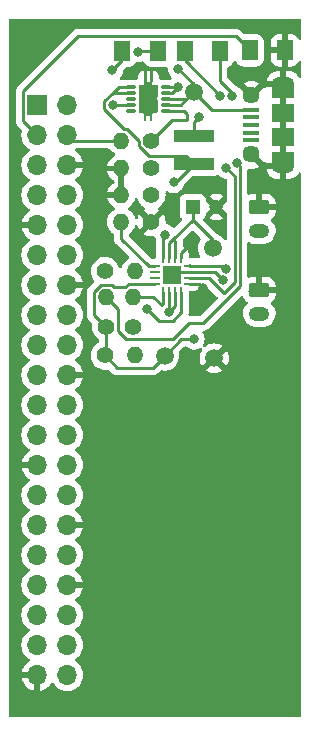
<source format=gbl>
%TF.GenerationSoftware,KiCad,Pcbnew,7.0.2*%
%TF.CreationDate,2024-02-22T17:56:03+01:00*%
%TF.ProjectId,flowsense,666c6f77-7365-46e7-9365-2e6b69636164,rev?*%
%TF.SameCoordinates,Original*%
%TF.FileFunction,Copper,L2,Bot*%
%TF.FilePolarity,Positive*%
%FSLAX46Y46*%
G04 Gerber Fmt 4.6, Leading zero omitted, Abs format (unit mm)*
G04 Created by KiCad (PCBNEW 7.0.2) date 2024-02-22 17:56:03*
%MOMM*%
%LPD*%
G01*
G04 APERTURE LIST*
G04 Aperture macros list*
%AMRoundRect*
0 Rectangle with rounded corners*
0 $1 Rounding radius*
0 $2 $3 $4 $5 $6 $7 $8 $9 X,Y pos of 4 corners*
0 Add a 4 corners polygon primitive as box body*
4,1,4,$2,$3,$4,$5,$6,$7,$8,$9,$2,$3,0*
0 Add four circle primitives for the rounded corners*
1,1,$1+$1,$2,$3*
1,1,$1+$1,$4,$5*
1,1,$1+$1,$6,$7*
1,1,$1+$1,$8,$9*
0 Add four rect primitives between the rounded corners*
20,1,$1+$1,$2,$3,$4,$5,0*
20,1,$1+$1,$4,$5,$6,$7,0*
20,1,$1+$1,$6,$7,$8,$9,0*
20,1,$1+$1,$8,$9,$2,$3,0*%
G04 Aperture macros list end*
%TA.AperFunction,ComponentPad*%
%ADD10R,1.700000X1.700000*%
%TD*%
%TA.AperFunction,ComponentPad*%
%ADD11O,1.700000X1.700000*%
%TD*%
%TA.AperFunction,ComponentPad*%
%ADD12C,1.400000*%
%TD*%
%TA.AperFunction,ComponentPad*%
%ADD13O,1.400000X1.400000*%
%TD*%
%TA.AperFunction,SMDPad,CuDef*%
%ADD14RoundRect,0.250001X-0.462499X-0.624999X0.462499X-0.624999X0.462499X0.624999X-0.462499X0.624999X0*%
%TD*%
%TA.AperFunction,SMDPad,CuDef*%
%ADD15R,1.350000X0.400000*%
%TD*%
%TA.AperFunction,ComponentPad*%
%ADD16O,1.900000X1.200000*%
%TD*%
%TA.AperFunction,SMDPad,CuDef*%
%ADD17R,1.900000X1.200000*%
%TD*%
%TA.AperFunction,ComponentPad*%
%ADD18C,1.450000*%
%TD*%
%TA.AperFunction,SMDPad,CuDef*%
%ADD19R,1.900000X1.500000*%
%TD*%
%TA.AperFunction,SMDPad,CuDef*%
%ADD20RoundRect,0.062500X-0.062500X0.375000X-0.062500X-0.375000X0.062500X-0.375000X0.062500X0.375000X0*%
%TD*%
%TA.AperFunction,SMDPad,CuDef*%
%ADD21RoundRect,0.062500X-0.375000X0.062500X-0.375000X-0.062500X0.375000X-0.062500X0.375000X0.062500X0*%
%TD*%
%TA.AperFunction,SMDPad,CuDef*%
%ADD22R,1.600000X1.600000*%
%TD*%
%TA.AperFunction,SMDPad,CuDef*%
%ADD23C,1.500000*%
%TD*%
%TA.AperFunction,SMDPad,CuDef*%
%ADD24RoundRect,0.250001X0.462499X0.624999X-0.462499X0.624999X-0.462499X-0.624999X0.462499X-0.624999X0*%
%TD*%
%TA.AperFunction,ComponentPad*%
%ADD25RoundRect,0.250000X-0.625000X0.350000X-0.625000X-0.350000X0.625000X-0.350000X0.625000X0.350000X0*%
%TD*%
%TA.AperFunction,ComponentPad*%
%ADD26O,1.750000X1.200000*%
%TD*%
%TA.AperFunction,SMDPad,CuDef*%
%ADD27R,3.400000X0.980000*%
%TD*%
%TA.AperFunction,ComponentPad*%
%ADD28R,1.200000X1.200000*%
%TD*%
%TA.AperFunction,ComponentPad*%
%ADD29C,1.200000*%
%TD*%
%TA.AperFunction,SMDPad,CuDef*%
%ADD30R,0.280000X0.280000*%
%TD*%
%TA.AperFunction,SMDPad,CuDef*%
%ADD31O,0.850000X0.280000*%
%TD*%
%TA.AperFunction,ComponentPad*%
%ADD32C,0.600000*%
%TD*%
%TA.AperFunction,SMDPad,CuDef*%
%ADD33R,0.680000X1.050000*%
%TD*%
%TA.AperFunction,SMDPad,CuDef*%
%ADD34R,0.260000X0.500000*%
%TD*%
%TA.AperFunction,SMDPad,CuDef*%
%ADD35R,0.280000X0.700000*%
%TD*%
%TA.AperFunction,SMDPad,CuDef*%
%ADD36R,1.650000X2.400000*%
%TD*%
%TA.AperFunction,ViaPad*%
%ADD37C,0.800000*%
%TD*%
%TA.AperFunction,Conductor*%
%ADD38C,0.250000*%
%TD*%
G04 APERTURE END LIST*
D10*
%TO.P,J1,1,Pin_1*%
%TO.N,unconnected-(J1-Pin_1-Pad1)*%
X64008000Y-39624000D03*
D11*
%TO.P,J1,2,Pin_2*%
%TO.N,+5V*%
X66548000Y-39624000D03*
%TO.P,J1,3,Pin_3*%
%TO.N,Net-(D_REC1-A)*%
X64008000Y-42164000D03*
%TO.P,J1,4,Pin_4*%
%TO.N,+5V*%
X66548000Y-42164000D03*
%TO.P,J1,5,Pin_5*%
%TO.N,unconnected-(J1-Pin_5-Pad5)*%
X64008000Y-44704000D03*
%TO.P,J1,6,Pin_6*%
%TO.N,GND*%
X66548000Y-44704000D03*
%TO.P,J1,7,Pin_7*%
%TO.N,unconnected-(J1-Pin_7-Pad7)*%
X64008000Y-47244000D03*
%TO.P,J1,8,Pin_8*%
%TO.N,unconnected-(J1-Pin_8-Pad8)*%
X66548000Y-47244000D03*
%TO.P,J1,9,Pin_9*%
%TO.N,GND*%
X64008000Y-49784000D03*
%TO.P,J1,10,Pin_10*%
%TO.N,unconnected-(J1-Pin_10-Pad10)*%
X66548000Y-49784000D03*
%TO.P,J1,11,Pin_11*%
%TO.N,unconnected-(J1-Pin_11-Pad11)*%
X64008000Y-52324000D03*
%TO.P,J1,12,Pin_12*%
%TO.N,unconnected-(J1-Pin_12-Pad12)*%
X66548000Y-52324000D03*
%TO.P,J1,13,Pin_13*%
%TO.N,unconnected-(J1-Pin_13-Pad13)*%
X64008000Y-54864000D03*
%TO.P,J1,14,Pin_14*%
%TO.N,GND*%
X66548000Y-54864000D03*
%TO.P,J1,15,Pin_15*%
%TO.N,unconnected-(J1-Pin_15-Pad15)*%
X64008000Y-57404000D03*
%TO.P,J1,16,Pin_16*%
%TO.N,unconnected-(J1-Pin_16-Pad16)*%
X66548000Y-57404000D03*
%TO.P,J1,17,Pin_17*%
%TO.N,unconnected-(J1-Pin_17-Pad17)*%
X64008000Y-59944000D03*
%TO.P,J1,18,Pin_18*%
%TO.N,unconnected-(J1-Pin_18-Pad18)*%
X66548000Y-59944000D03*
%TO.P,J1,19,Pin_19*%
%TO.N,unconnected-(J1-Pin_19-Pad19)*%
X64008000Y-62484000D03*
%TO.P,J1,20,Pin_20*%
%TO.N,GND*%
X66548000Y-62484000D03*
%TO.P,J1,21,Pin_21*%
%TO.N,unconnected-(J1-Pin_21-Pad21)*%
X64008000Y-65024000D03*
%TO.P,J1,22,Pin_22*%
%TO.N,unconnected-(J1-Pin_22-Pad22)*%
X66548000Y-65024000D03*
%TO.P,J1,23,Pin_23*%
%TO.N,unconnected-(J1-Pin_23-Pad23)*%
X64008000Y-67564000D03*
%TO.P,J1,24,Pin_24*%
%TO.N,unconnected-(J1-Pin_24-Pad24)*%
X66548000Y-67564000D03*
%TO.P,J1,25,Pin_25*%
%TO.N,GND*%
X64008000Y-70104000D03*
%TO.P,J1,26,Pin_26*%
%TO.N,unconnected-(J1-Pin_26-Pad26)*%
X66548000Y-70104000D03*
%TO.P,J1,27,Pin_27*%
%TO.N,unconnected-(J1-Pin_27-Pad27)*%
X64008000Y-72644000D03*
%TO.P,J1,28,Pin_28*%
%TO.N,unconnected-(J1-Pin_28-Pad28)*%
X66548000Y-72644000D03*
%TO.P,J1,29,Pin_29*%
%TO.N,unconnected-(J1-Pin_29-Pad29)*%
X64008000Y-75184000D03*
%TO.P,J1,30,Pin_30*%
%TO.N,GND*%
X66548000Y-75184000D03*
%TO.P,J1,31,Pin_31*%
%TO.N,unconnected-(J1-Pin_31-Pad31)*%
X64008000Y-77724000D03*
%TO.P,J1,32,Pin_32*%
%TO.N,unconnected-(J1-Pin_32-Pad32)*%
X66548000Y-77724000D03*
%TO.P,J1,33,Pin_33*%
%TO.N,unconnected-(J1-Pin_33-Pad33)*%
X64008000Y-80264000D03*
%TO.P,J1,34,Pin_34*%
%TO.N,GND*%
X66548000Y-80264000D03*
%TO.P,J1,35,Pin_35*%
%TO.N,unconnected-(J1-Pin_35-Pad35)*%
X64008000Y-82804000D03*
%TO.P,J1,36,Pin_36*%
%TO.N,unconnected-(J1-Pin_36-Pad36)*%
X66548000Y-82804000D03*
%TO.P,J1,37,Pin_37*%
%TO.N,unconnected-(J1-Pin_37-Pad37)*%
X64008000Y-85344000D03*
%TO.P,J1,38,Pin_38*%
%TO.N,unconnected-(J1-Pin_38-Pad38)*%
X66548000Y-85344000D03*
%TO.P,J1,39,Pin_39*%
%TO.N,GND*%
X64008000Y-87884000D03*
%TO.P,J1,40,Pin_40*%
%TO.N,unconnected-(J1-Pin_40-Pad40)*%
X66548000Y-87884000D03*
%TD*%
D12*
%TO.P,R8,1*%
%TO.N,Net-(U2-FB)*%
X73660000Y-45000000D03*
D13*
%TO.P,R8,2*%
%TO.N,GND*%
X71120000Y-45000000D03*
%TD*%
D14*
%TO.P,D2,1,K*%
%TO.N,Net-(D2-K)*%
X76490500Y-35052000D03*
%TO.P,D2,2,A*%
%TO.N,Net-(D2-A)*%
X79465500Y-35052000D03*
%TD*%
D12*
%TO.P,R6,1*%
%TO.N,Net-(U2-PG)*%
X73660000Y-42672000D03*
D13*
%TO.P,R6,2*%
%TO.N,+5V*%
X71120000Y-42672000D03*
%TD*%
D14*
%TO.P,D1,1,K*%
%TO.N,Net-(D1-K)*%
X71207300Y-35052000D03*
%TO.P,D1,2,A*%
%TO.N,Net-(D1-A)*%
X74182300Y-35052000D03*
%TD*%
D12*
%TO.P,R4,1*%
%TO.N,VDD*%
X69850000Y-58420000D03*
D13*
%TO.P,R4,2*%
%TO.N,Net-(D2-A)*%
X69850000Y-55880000D03*
%TD*%
D15*
%TO.P,J3,1,VBUS*%
%TO.N,+5V*%
X82136000Y-40015000D03*
%TO.P,J3,2,D-*%
%TO.N,unconnected-(J3-D--Pad2)*%
X82136000Y-40665000D03*
%TO.P,J3,3,D+*%
%TO.N,unconnected-(J3-D+-Pad3)*%
X82136000Y-41315000D03*
%TO.P,J3,4,ID*%
%TO.N,unconnected-(J3-ID-Pad4)*%
X82136000Y-41965000D03*
%TO.P,J3,5,GND*%
%TO.N,GND*%
X82136000Y-42615000D03*
D16*
%TO.P,J3,6,Shield*%
X84836000Y-37815000D03*
D17*
X84836000Y-38415000D03*
D18*
X82136000Y-38815000D03*
D19*
X84836000Y-40315000D03*
X84836000Y-42315000D03*
D18*
X82136000Y-43815000D03*
D17*
X84836000Y-44215000D03*
D16*
X84836000Y-44815000D03*
%TD*%
D20*
%TO.P,U1,1,TS*%
%TO.N,Net-(U1-TS)*%
X74687500Y-52562500D03*
%TO.P,U1,2,BAT*%
%TO.N,+BATT*%
X75187500Y-52562500D03*
%TO.P,U1,3,BAT*%
X75687500Y-52562500D03*
%TO.P,U1,4,~{CE}*%
%TO.N,GND*%
X76187500Y-52562500D03*
D21*
%TO.P,U1,5,EN2*%
%TO.N,VDD*%
X76875000Y-53250000D03*
%TO.P,U1,6,EN1*%
%TO.N,GND*%
X76875000Y-53750000D03*
%TO.P,U1,7,~{PGOOD}*%
%TO.N,Net-(D2-K)*%
X76875000Y-54250000D03*
%TO.P,U1,8,VSS*%
%TO.N,GND*%
X76875000Y-54750000D03*
D20*
%TO.P,U1,9,~{CHG}*%
%TO.N,Net-(D1-K)*%
X76187500Y-55437500D03*
%TO.P,U1,10,OUT*%
%TO.N,Net-(U2-EN)*%
X75687500Y-55437500D03*
%TO.P,U1,11,OUT*%
X75187500Y-55437500D03*
%TO.P,U1,12,ILIM*%
%TO.N,Net-(U1-ILIM)*%
X74687500Y-55437500D03*
D21*
%TO.P,U1,13,IN*%
%TO.N,VDD*%
X74000000Y-54750000D03*
%TO.P,U1,14,TMR*%
%TO.N,unconnected-(U1-TMR-Pad14)*%
X74000000Y-54250000D03*
%TO.P,U1,15,ITERM*%
%TO.N,unconnected-(U1-ITERM-Pad15)*%
X74000000Y-53750000D03*
%TO.P,U1,16,ISET*%
%TO.N,Net-(U1-ISET)*%
X74000000Y-53250000D03*
D22*
%TO.P,U1,17,VSS*%
%TO.N,GND*%
X75437500Y-54000000D03*
%TD*%
D12*
%TO.P,R2,1*%
%TO.N,GND*%
X73660000Y-49530000D03*
D13*
%TO.P,R2,2*%
%TO.N,Net-(U1-ISET)*%
X71120000Y-49530000D03*
%TD*%
D23*
%TO.P,TP4,1,1*%
%TO.N,+BATT*%
X78841600Y-51765200D03*
%TD*%
D12*
%TO.P,R3,1*%
%TO.N,VDD*%
X69723000Y-60833000D03*
D13*
%TO.P,R3,2*%
%TO.N,Net-(D1-A)*%
X72263000Y-60833000D03*
%TD*%
D12*
%TO.P,R1,1*%
%TO.N,GND*%
X72136000Y-58420000D03*
D13*
%TO.P,R1,2*%
%TO.N,Net-(U1-ILIM)*%
X72136000Y-55880000D03*
%TD*%
D12*
%TO.P,R5,1*%
%TO.N,Net-(U1-TS)*%
X73660000Y-47244000D03*
D13*
%TO.P,R5,2*%
%TO.N,GND*%
X71120000Y-47244000D03*
%TD*%
D24*
%TO.P,D_REC,1,K*%
%TO.N,GND*%
X84975000Y-35000000D03*
%TO.P,D_REC,2,A*%
%TO.N,Net-(D_REC1-A)*%
X82000000Y-35000000D03*
%TD*%
D25*
%TO.P,BATT,1,Pin_1*%
%TO.N,GND*%
X82804000Y-48292000D03*
D26*
%TO.P,BATT,2,Pin_2*%
%TO.N,+BATT*%
X82804000Y-50292000D03*
%TD*%
D25*
%TO.P,SOLAR,1,Pin_1*%
%TO.N,GND*%
X82804000Y-55302400D03*
D26*
%TO.P,SOLAR,2,Pin_2*%
%TO.N,VDD*%
X82804000Y-57302400D03*
%TD*%
D12*
%TO.P,R7,1*%
%TO.N,+5V*%
X69747600Y-53695600D03*
D13*
%TO.P,R7,2*%
%TO.N,Net-(U2-FB)*%
X72287600Y-53695600D03*
%TD*%
D27*
%TO.P,L1,1,1*%
%TO.N,Net-(U2-EN)*%
X77266800Y-44619000D03*
%TO.P,L1,2,2*%
%TO.N,Net-(L1-Pad2)*%
X77266800Y-42249000D03*
%TD*%
D28*
%TO.P,C1,1*%
%TO.N,+BATT*%
X77165200Y-48260000D03*
D29*
%TO.P,C1,2*%
%TO.N,GND*%
X79165200Y-48260000D03*
%TD*%
D23*
%TO.P,+5v,1,1*%
%TO.N,+5V*%
X77250000Y-38500000D03*
%TD*%
D30*
%TO.P,U2,1,SW*%
%TO.N,Net-(L1-Pad2)*%
X75170000Y-38116000D03*
D31*
X74885000Y-38116000D03*
D30*
%TO.P,U2,2,SW*%
X75170000Y-38616000D03*
D31*
X74885000Y-38616000D03*
D30*
%TO.P,U2,3,VOUT*%
%TO.N,+5V*%
X75170000Y-39116000D03*
D31*
X74885000Y-39116000D03*
D30*
%TO.P,U2,4,VOUT*%
X75170000Y-39616000D03*
D31*
X74885000Y-39616000D03*
D30*
%TO.P,U2,5,PG*%
%TO.N,Net-(U2-PG)*%
X75170000Y-40116000D03*
D31*
X74885000Y-40116000D03*
%TO.P,U2,6,SS*%
%TO.N,GND*%
X71935000Y-40116000D03*
D30*
X71650000Y-40116000D03*
D31*
%TO.P,U2,7,FB*%
%TO.N,Net-(U2-FB)*%
X71935000Y-39616000D03*
D30*
X71650000Y-39616000D03*
D31*
%TO.P,U2,8,HYS*%
%TO.N,unconnected-(U2-HYS-Pad8)*%
X71935000Y-39116000D03*
D30*
X71650000Y-39116000D03*
D31*
%TO.P,U2,9,EN*%
%TO.N,Net-(U2-EN)*%
X71935000Y-38616000D03*
D30*
X71650000Y-38616000D03*
D31*
%TO.P,U2,10,VIN*%
X71935000Y-38116000D03*
D30*
X71650000Y-38116000D03*
D32*
%TO.P,U2,11,GND*%
%TO.N,GND*%
X73910000Y-39866000D03*
X73910000Y-38366000D03*
D33*
X73860000Y-39751000D03*
X73860000Y-38481000D03*
D34*
X73660000Y-40746000D03*
D35*
X73660000Y-40666000D03*
X73660000Y-37566000D03*
D34*
X73660000Y-37486000D03*
D32*
X73410000Y-39116000D03*
D36*
X73410000Y-39116000D03*
D34*
X73160000Y-40746000D03*
D35*
X73160000Y-40666000D03*
X73160000Y-37566000D03*
D34*
X73160000Y-37486000D03*
D33*
X72960000Y-39751000D03*
X72960000Y-38481000D03*
D32*
X72910000Y-39866000D03*
X72910000Y-38366000D03*
%TD*%
D23*
%TO.P,GND,1,1*%
%TO.N,GND*%
X78994000Y-61061600D03*
%TD*%
%TO.P,VDD,1,1*%
%TO.N,VDD*%
X74777600Y-60858400D03*
%TD*%
D37*
%TO.N,GND*%
X78028800Y-55118000D03*
X79760299Y-54453301D03*
X76873700Y-51460400D03*
%TO.N,VDD*%
X79988300Y-53480153D03*
X77271000Y-59445000D03*
%TO.N,Net-(D1-K)*%
X70358000Y-36677600D03*
X73304400Y-56896000D03*
%TO.N,Net-(D1-A)*%
X72542400Y-35102800D03*
%TO.N,+5V*%
X75946000Y-36576000D03*
%TO.N,Net-(D2-K)*%
X79502000Y-38862000D03*
X80010000Y-44958000D03*
%TO.N,Net-(D2-A)*%
X80903982Y-44511010D03*
X80501503Y-38862000D03*
%TO.N,Net-(U2-EN)*%
X75184000Y-57150000D03*
X75539600Y-46177200D03*
%TO.N,Net-(L1-Pad2)*%
X77724000Y-40640000D03*
X75946000Y-38100000D03*
%TO.N,Net-(U1-TS)*%
X74839342Y-50636060D03*
%TO.N,Net-(U2-FB)*%
X70395500Y-39624000D03*
%TD*%
D38*
%TO.N,GND*%
X77660800Y-54750000D02*
X76875000Y-54750000D01*
X79760299Y-54453301D02*
X79056998Y-53750000D01*
X76875000Y-53750000D02*
X75687500Y-53750000D01*
X76187500Y-52562500D02*
X76187500Y-52146600D01*
X76187500Y-52146600D02*
X76873700Y-51460400D01*
X79056998Y-53750000D02*
X76875000Y-53750000D01*
X81887300Y-55401700D02*
X81889600Y-55404000D01*
X78028800Y-55118000D02*
X77660800Y-54750000D01*
%TO.N,+BATT*%
X77165200Y-49377600D02*
X77165200Y-48260000D01*
X75184000Y-51316000D02*
X75500000Y-51000000D01*
X75184000Y-52559000D02*
X75184000Y-51316000D01*
X77165200Y-49334800D02*
X75500000Y-51000000D01*
X78841600Y-51054000D02*
X77165200Y-49377600D01*
X77165200Y-48260000D02*
X77165200Y-49334800D01*
X78841600Y-51765200D02*
X78841600Y-51054000D01*
X75187500Y-52562500D02*
X75184000Y-52559000D01*
X75687500Y-51187500D02*
X75500000Y-51000000D01*
X75687500Y-52562500D02*
X75687500Y-51187500D01*
%TO.N,VDD*%
X69850000Y-60706000D02*
X69723000Y-60833000D01*
X70748000Y-61858000D02*
X69723000Y-60833000D01*
X68825000Y-57395000D02*
X69850000Y-58420000D01*
X71742000Y-54750000D02*
X71461800Y-55030200D01*
X71461800Y-55030200D02*
X70473400Y-55030200D01*
X68825000Y-55455431D02*
X68825000Y-57395000D01*
X69425431Y-54855000D02*
X68825000Y-55455431D01*
X74000000Y-54750000D02*
X71742000Y-54750000D01*
X69850000Y-58420000D02*
X69850000Y-60706000D01*
X74777600Y-60858400D02*
X73778000Y-61858000D01*
X79746547Y-53238400D02*
X76886600Y-53238400D01*
X76886600Y-53238400D02*
X76875000Y-53250000D01*
X73778000Y-61858000D02*
X70748000Y-61858000D01*
X79988300Y-53480153D02*
X79746547Y-53238400D01*
X74777600Y-60858400D02*
X76191000Y-59445000D01*
X70473400Y-55030200D02*
X70298200Y-54855000D01*
X70298200Y-54855000D02*
X69425431Y-54855000D01*
X76191000Y-59445000D02*
X77271000Y-59445000D01*
X76875000Y-53250000D02*
X76937400Y-53187600D01*
%TO.N,Net-(D1-K)*%
X73304400Y-56896000D02*
X74283400Y-57875000D01*
X71207300Y-35052000D02*
X71207300Y-35828300D01*
X75484305Y-57875000D02*
X76187500Y-57171805D01*
X76187500Y-57171805D02*
X76187500Y-55437500D01*
X71207300Y-35828300D02*
X70358000Y-36677600D01*
X74283400Y-57875000D02*
X75484305Y-57875000D01*
X76191714Y-55880000D02*
X76187500Y-55437500D01*
%TO.N,Net-(D1-A)*%
X72593200Y-35052000D02*
X74182300Y-35052000D01*
X72263000Y-60833000D02*
X72771000Y-60833000D01*
X72542400Y-35102800D02*
X72593200Y-35052000D01*
%TO.N,Net-(D_REC1-A)*%
X80800000Y-33800000D02*
X67482000Y-33800000D01*
X82000000Y-35000000D02*
X80800000Y-33800000D01*
X62833000Y-38449000D02*
X62833000Y-40989000D01*
X62833000Y-40989000D02*
X64008000Y-42164000D01*
X67482000Y-33800000D02*
X62833000Y-38449000D01*
%TO.N,+5V*%
X77250000Y-38500000D02*
X77250000Y-37880000D01*
X67056000Y-42672000D02*
X66548000Y-42164000D01*
X78765000Y-40015000D02*
X82136000Y-40015000D01*
X77250000Y-38500000D02*
X78765000Y-40015000D01*
X74885000Y-39116000D02*
X76634000Y-39116000D01*
X71120000Y-42672000D02*
X67056000Y-42672000D01*
X77250000Y-37880000D02*
X75946000Y-36576000D01*
X76134000Y-39616000D02*
X76634000Y-39116000D01*
X74885000Y-39616000D02*
X76134000Y-39616000D01*
X76634000Y-39116000D02*
X77250000Y-38500000D01*
%TO.N,Net-(D2-K)*%
X78532400Y-54250000D02*
X76875000Y-54250000D01*
X80010000Y-44958000D02*
X80712800Y-45660800D01*
X76490500Y-35850500D02*
X76490500Y-35052000D01*
X79806800Y-55524400D02*
X78532400Y-54250000D01*
X76490500Y-35284500D02*
X76490500Y-35052000D01*
X76200000Y-35575000D02*
X76490500Y-35284500D01*
X79502000Y-38862000D02*
X76490500Y-35850500D01*
X80712800Y-45660800D02*
X80712800Y-54618400D01*
X80712800Y-54618400D02*
X79806800Y-55524400D01*
%TO.N,Net-(D2-A)*%
X70875000Y-58784600D02*
X71535400Y-59445000D01*
X78051300Y-58102500D02*
X81162800Y-54991000D01*
X71535400Y-59445000D02*
X75479800Y-59445000D01*
X81162800Y-44769828D02*
X80903982Y-44511010D01*
X79465500Y-37555500D02*
X80501503Y-38591503D01*
X75479800Y-59445000D02*
X76822300Y-58102500D01*
X80501503Y-38591503D02*
X80501503Y-38862000D01*
X69850000Y-55880000D02*
X70875000Y-56905000D01*
X81162800Y-54991000D02*
X81162800Y-44769828D01*
X76822300Y-58102500D02*
X78051300Y-58102500D01*
X79465500Y-35052000D02*
X79465500Y-37555500D01*
X70875000Y-56905000D02*
X70875000Y-58784600D01*
%TO.N,Net-(U2-EN)*%
X75184000Y-57150000D02*
X75687500Y-56646500D01*
X75184000Y-56344200D02*
X75187500Y-56340700D01*
X76589800Y-43942000D02*
X77266800Y-44619000D01*
X75687500Y-56646500D02*
X75687500Y-55437500D01*
X75187500Y-56340700D02*
X75187500Y-55437500D01*
X73480431Y-43942000D02*
X76589800Y-43942000D01*
X71650000Y-38116000D02*
X70878195Y-38116000D01*
X69670500Y-39952500D02*
X71365000Y-41647000D01*
X71610000Y-41647000D02*
X72635000Y-42672000D01*
X71365000Y-41647000D02*
X71610000Y-41647000D01*
X72635000Y-43096569D02*
X73480431Y-43942000D01*
X75708600Y-46177200D02*
X77266800Y-44619000D01*
X70620000Y-38616000D02*
X70612000Y-38608000D01*
X71650000Y-38616000D02*
X70620000Y-38616000D01*
X69670500Y-39323695D02*
X69670500Y-39952500D01*
X70612000Y-38608000D02*
X70386195Y-38608000D01*
X75539600Y-46177200D02*
X75708600Y-46177200D01*
X70386195Y-38608000D02*
X69670500Y-39323695D01*
X72635000Y-42672000D02*
X72635000Y-43096569D01*
X70878195Y-38116000D02*
X70386195Y-38608000D01*
X75184000Y-57150000D02*
X75184000Y-56344200D01*
%TO.N,Net-(L1-Pad2)*%
X75930000Y-38116000D02*
X75946000Y-38100000D01*
X77266800Y-41097200D02*
X77724000Y-40640000D01*
X77266800Y-42249000D02*
X77266800Y-41097200D01*
X75170000Y-38116000D02*
X75930000Y-38116000D01*
X75430000Y-38616000D02*
X75946000Y-38100000D01*
X75170000Y-38616000D02*
X75430000Y-38616000D01*
%TO.N,Net-(U1-ILIM)*%
X74687500Y-55437500D02*
X74687500Y-56427300D01*
X74523600Y-56591200D02*
X73812400Y-55880000D01*
X74687500Y-56427300D02*
X74523600Y-56591200D01*
X73812400Y-55880000D02*
X72136000Y-55880000D01*
%TO.N,Net-(U1-ISET)*%
X74000000Y-53250000D02*
X73417600Y-53250000D01*
X73417600Y-53250000D02*
X71120000Y-50952400D01*
X71120000Y-50952400D02*
X71120000Y-49530000D01*
%TO.N,Net-(U1-TS)*%
X74687500Y-50787902D02*
X74839342Y-50636060D01*
X74687500Y-52562500D02*
X74687500Y-50787902D01*
%TO.N,Net-(U2-PG)*%
X74885000Y-40116000D02*
X76438000Y-40116000D01*
X76708000Y-40386000D02*
X76708000Y-40894000D01*
X76438000Y-40116000D02*
X76708000Y-40386000D01*
X76708000Y-40894000D02*
X75438000Y-40894000D01*
X75438000Y-40894000D02*
X73660000Y-42672000D01*
%TO.N,Net-(U2-FB)*%
X70395500Y-39624000D02*
X71642000Y-39624000D01*
X71642000Y-39624000D02*
X71650000Y-39616000D01*
%TD*%
%TA.AperFunction,Conductor*%
%TO.N,GND*%
G36*
X86302539Y-32328985D02*
G01*
X86348294Y-32381789D01*
X86359500Y-32433300D01*
X86359500Y-34004611D01*
X86339815Y-34071650D01*
X86287011Y-34117405D01*
X86217853Y-34127349D01*
X86154297Y-34098324D01*
X86132821Y-34066144D01*
X86129466Y-34068214D01*
X86029816Y-33906655D01*
X85905844Y-33782683D01*
X85756621Y-33690642D01*
X85590195Y-33635493D01*
X85490608Y-33625319D01*
X85484331Y-33625000D01*
X85225000Y-33625000D01*
X85225000Y-36375000D01*
X85484331Y-36375000D01*
X85490608Y-36374680D01*
X85590195Y-36364506D01*
X85756621Y-36309357D01*
X85905844Y-36217316D01*
X86029816Y-36093344D01*
X86129466Y-35931786D01*
X86133221Y-35934102D01*
X86157563Y-35898942D01*
X86222078Y-35872117D01*
X86290854Y-35884429D01*
X86342056Y-35931970D01*
X86359500Y-35995388D01*
X86359500Y-37178676D01*
X86339815Y-37245715D01*
X86287011Y-37291470D01*
X86217853Y-37301414D01*
X86154297Y-37272389D01*
X86134493Y-37250604D01*
X86021105Y-37091376D01*
X85869066Y-36946407D01*
X85692344Y-36832833D01*
X85497314Y-36754755D01*
X85291038Y-36715000D01*
X85086000Y-36715000D01*
X85086000Y-37515000D01*
X84586000Y-37515000D01*
X84586000Y-36715000D01*
X84436550Y-36715000D01*
X84430640Y-36715281D01*
X84276879Y-36729964D01*
X84075312Y-36789149D01*
X83888587Y-36885412D01*
X83723461Y-37015269D01*
X83585888Y-37174036D01*
X83480853Y-37355963D01*
X83412143Y-37554488D01*
X83410631Y-37564999D01*
X83410632Y-37565000D01*
X84319889Y-37565000D01*
X84280390Y-37589457D01*
X84212799Y-37678962D01*
X84182105Y-37786840D01*
X84192454Y-37898521D01*
X84242448Y-37998922D01*
X84314931Y-38065000D01*
X83386000Y-38065000D01*
X83386000Y-38071185D01*
X83366315Y-38138224D01*
X83313511Y-38183979D01*
X83244353Y-38193923D01*
X83180797Y-38164898D01*
X83161408Y-38143399D01*
X83161173Y-38143378D01*
X82555804Y-38748746D01*
X82545238Y-38682031D01*
X82484118Y-38562077D01*
X82388923Y-38466882D01*
X82268969Y-38405762D01*
X82202251Y-38395195D01*
X82807620Y-37789825D01*
X82750837Y-37750066D01*
X82556576Y-37659480D01*
X82349529Y-37604002D01*
X82135999Y-37585320D01*
X81922470Y-37604002D01*
X81715422Y-37659480D01*
X81521161Y-37750066D01*
X81464378Y-37789824D01*
X82069748Y-38395194D01*
X82003031Y-38405762D01*
X81883077Y-38466882D01*
X81787882Y-38562077D01*
X81726762Y-38682031D01*
X81716195Y-38748748D01*
X81110825Y-38143378D01*
X81097749Y-38144523D01*
X81029249Y-38130757D01*
X81014064Y-38121318D01*
X80954233Y-38077849D01*
X80954229Y-38077847D01*
X80827790Y-38021552D01*
X80790545Y-37995954D01*
X80127319Y-37332727D01*
X80093834Y-37271404D01*
X80091000Y-37245046D01*
X80091000Y-36503159D01*
X80110685Y-36436120D01*
X80163489Y-36390365D01*
X80175996Y-36385453D01*
X80207541Y-36375000D01*
X80247334Y-36361814D01*
X80331639Y-36309814D01*
X80396655Y-36269711D01*
X80520711Y-36145655D01*
X80612814Y-35996334D01*
X80624209Y-35961946D01*
X80663980Y-35904500D01*
X80728496Y-35877676D01*
X80797272Y-35889990D01*
X80847453Y-35935851D01*
X80944788Y-36093655D01*
X81068844Y-36217711D01*
X81218163Y-36309813D01*
X81384702Y-36364999D01*
X81484359Y-36375180D01*
X81484360Y-36375180D01*
X81487492Y-36375500D01*
X81490641Y-36375500D01*
X82509359Y-36375500D01*
X82512508Y-36375500D01*
X82615297Y-36364999D01*
X82781834Y-36309814D01*
X82782642Y-36309316D01*
X82931155Y-36217711D01*
X83055211Y-36093655D01*
X83147313Y-35944336D01*
X83147385Y-35944121D01*
X83202499Y-35777797D01*
X83213000Y-35675008D01*
X83213000Y-35250000D01*
X83762500Y-35250000D01*
X83762500Y-35671830D01*
X83762819Y-35678108D01*
X83772993Y-35777695D01*
X83828142Y-35944121D01*
X83920183Y-36093344D01*
X84044155Y-36217316D01*
X84193378Y-36309357D01*
X84359804Y-36364506D01*
X84459391Y-36374680D01*
X84465669Y-36375000D01*
X84725000Y-36375000D01*
X84725000Y-35250000D01*
X83762500Y-35250000D01*
X83213000Y-35250000D01*
X83213000Y-34750000D01*
X83762500Y-34750000D01*
X84725000Y-34750000D01*
X84725000Y-33625000D01*
X84465669Y-33625000D01*
X84459391Y-33625319D01*
X84359804Y-33635493D01*
X84193378Y-33690642D01*
X84044155Y-33782683D01*
X83920183Y-33906655D01*
X83828142Y-34055878D01*
X83772993Y-34222304D01*
X83762819Y-34321891D01*
X83762500Y-34328169D01*
X83762500Y-34750000D01*
X83213000Y-34750000D01*
X83213000Y-34324992D01*
X83202499Y-34222203D01*
X83171067Y-34127349D01*
X83147313Y-34055663D01*
X83055211Y-33906344D01*
X82931155Y-33782288D01*
X82781836Y-33690186D01*
X82615297Y-33635000D01*
X82515640Y-33624819D01*
X82515621Y-33624818D01*
X82512508Y-33624500D01*
X82509359Y-33624500D01*
X81560453Y-33624500D01*
X81493414Y-33604815D01*
X81472772Y-33588181D01*
X81300802Y-33416211D01*
X81287906Y-33400113D01*
X81236775Y-33352098D01*
X81233978Y-33349387D01*
X81217227Y-33332636D01*
X81214471Y-33329880D01*
X81211290Y-33327412D01*
X81202422Y-33319837D01*
X81170582Y-33289938D01*
X81153024Y-33280285D01*
X81136764Y-33269604D01*
X81120936Y-33257327D01*
X81080851Y-33239980D01*
X81070361Y-33234841D01*
X81032091Y-33213802D01*
X81012691Y-33208821D01*
X80994284Y-33202519D01*
X80975897Y-33194562D01*
X80932758Y-33187729D01*
X80921324Y-33185361D01*
X80879019Y-33174500D01*
X80858984Y-33174500D01*
X80839586Y-33172973D01*
X80832162Y-33171797D01*
X80819805Y-33169840D01*
X80819804Y-33169840D01*
X80794468Y-33172235D01*
X80776325Y-33173950D01*
X80764656Y-33174500D01*
X67564744Y-33174500D01*
X67544237Y-33172235D01*
X67474127Y-33174439D01*
X67470232Y-33174500D01*
X67442650Y-33174500D01*
X67438805Y-33174985D01*
X67438780Y-33174987D01*
X67438653Y-33175004D01*
X67427033Y-33175918D01*
X67383369Y-33177290D01*
X67364129Y-33182880D01*
X67345081Y-33186825D01*
X67325209Y-33189335D01*
X67284599Y-33205413D01*
X67273554Y-33209194D01*
X67231610Y-33221381D01*
X67214365Y-33231579D01*
X67196904Y-33240133D01*
X67178267Y-33247512D01*
X67142931Y-33273185D01*
X67133174Y-33279595D01*
X67095580Y-33301829D01*
X67081413Y-33315996D01*
X67066624Y-33328626D01*
X67050413Y-33340404D01*
X67022572Y-33374058D01*
X67014711Y-33382697D01*
X62449208Y-37948199D01*
X62433110Y-37961096D01*
X62385096Y-38012225D01*
X62382392Y-38015016D01*
X62365628Y-38031780D01*
X62365621Y-38031787D01*
X62362880Y-38034529D01*
X62360499Y-38037597D01*
X62360490Y-38037608D01*
X62360411Y-38037711D01*
X62352842Y-38046572D01*
X62322935Y-38078420D01*
X62313285Y-38095974D01*
X62302609Y-38112228D01*
X62290326Y-38128063D01*
X62272975Y-38168158D01*
X62267838Y-38178644D01*
X62246802Y-38216907D01*
X62241821Y-38236309D01*
X62235520Y-38254711D01*
X62227561Y-38273102D01*
X62220728Y-38316242D01*
X62218360Y-38327674D01*
X62207500Y-38369977D01*
X62207500Y-38390016D01*
X62205973Y-38409414D01*
X62204851Y-38416501D01*
X62202840Y-38429196D01*
X62206950Y-38472673D01*
X62207500Y-38484343D01*
X62207500Y-40906256D01*
X62205235Y-40926766D01*
X62207439Y-40996872D01*
X62207500Y-41000767D01*
X62207500Y-41028350D01*
X62207988Y-41032219D01*
X62207989Y-41032225D01*
X62208004Y-41032343D01*
X62208918Y-41043967D01*
X62210290Y-41087626D01*
X62215879Y-41106860D01*
X62219825Y-41125916D01*
X62222335Y-41145792D01*
X62238414Y-41186404D01*
X62242197Y-41197451D01*
X62254382Y-41239391D01*
X62264580Y-41256635D01*
X62273136Y-41274100D01*
X62280514Y-41292732D01*
X62280515Y-41292733D01*
X62306180Y-41328059D01*
X62312593Y-41337822D01*
X62334826Y-41375416D01*
X62334829Y-41375419D01*
X62334830Y-41375420D01*
X62348995Y-41389585D01*
X62361627Y-41404375D01*
X62373406Y-41420587D01*
X62407058Y-41448426D01*
X62415699Y-41456289D01*
X62667762Y-41708352D01*
X62701247Y-41769675D01*
X62699856Y-41828126D01*
X62672936Y-41928593D01*
X62652340Y-42164000D01*
X62672936Y-42399407D01*
X62705931Y-42522545D01*
X62734097Y-42627663D01*
X62833965Y-42841830D01*
X62969505Y-43035401D01*
X63136599Y-43202495D01*
X63322160Y-43332426D01*
X63365783Y-43387002D01*
X63372976Y-43456501D01*
X63341454Y-43518855D01*
X63322158Y-43535575D01*
X63158936Y-43649865D01*
X63136595Y-43665508D01*
X62969505Y-43832598D01*
X62833965Y-44026170D01*
X62734097Y-44240336D01*
X62672936Y-44468592D01*
X62652340Y-44704000D01*
X62672936Y-44939407D01*
X62701144Y-45044679D01*
X62734097Y-45167663D01*
X62833965Y-45381830D01*
X62969505Y-45575401D01*
X63136599Y-45742495D01*
X63322160Y-45872426D01*
X63365783Y-45927002D01*
X63372976Y-45996501D01*
X63341454Y-46058855D01*
X63322158Y-46075575D01*
X63142151Y-46201618D01*
X63136595Y-46205508D01*
X62969505Y-46372598D01*
X62833965Y-46566170D01*
X62734097Y-46780336D01*
X62672936Y-47008592D01*
X62652340Y-47243999D01*
X62672936Y-47479407D01*
X62711379Y-47622877D01*
X62734097Y-47707663D01*
X62833965Y-47921830D01*
X62969505Y-48115401D01*
X63136599Y-48282495D01*
X63322596Y-48412732D01*
X63366219Y-48467307D01*
X63373412Y-48536806D01*
X63341890Y-48599160D01*
X63322595Y-48615880D01*
X63136919Y-48745892D01*
X62969890Y-48912921D01*
X62834400Y-49106421D01*
X62734569Y-49320507D01*
X62677364Y-49533999D01*
X62677364Y-49534000D01*
X63574314Y-49534000D01*
X63548507Y-49574156D01*
X63508000Y-49712111D01*
X63508000Y-49855889D01*
X63548507Y-49993844D01*
X63574314Y-50034000D01*
X62677364Y-50034000D01*
X62734569Y-50247492D01*
X62834399Y-50461576D01*
X62969893Y-50655081D01*
X63136918Y-50822106D01*
X63322595Y-50952119D01*
X63366219Y-51006696D01*
X63373412Y-51076195D01*
X63341890Y-51138549D01*
X63322595Y-51155269D01*
X63191701Y-51246922D01*
X63152155Y-51274613D01*
X63136595Y-51285508D01*
X62969505Y-51452598D01*
X62833965Y-51646170D01*
X62734097Y-51860336D01*
X62672936Y-52088592D01*
X62652340Y-52323999D01*
X62672936Y-52559407D01*
X62694261Y-52638991D01*
X62734097Y-52787663D01*
X62833965Y-53001830D01*
X62969505Y-53195401D01*
X63136599Y-53362495D01*
X63322160Y-53492426D01*
X63365783Y-53547002D01*
X63372976Y-53616501D01*
X63341454Y-53678855D01*
X63322159Y-53695575D01*
X63136595Y-53825508D01*
X62969505Y-53992598D01*
X62833965Y-54186170D01*
X62734097Y-54400336D01*
X62672936Y-54628592D01*
X62652340Y-54864000D01*
X62672936Y-55099407D01*
X62706144Y-55223339D01*
X62734097Y-55327663D01*
X62833965Y-55541830D01*
X62969505Y-55735401D01*
X63136599Y-55902495D01*
X63322160Y-56032426D01*
X63365783Y-56087002D01*
X63372976Y-56156501D01*
X63341454Y-56218855D01*
X63322158Y-56235575D01*
X63201892Y-56319787D01*
X63136595Y-56365508D01*
X62969505Y-56532598D01*
X62833965Y-56726170D01*
X62734097Y-56940336D01*
X62672936Y-57168592D01*
X62652340Y-57403999D01*
X62672936Y-57639407D01*
X62714782Y-57795579D01*
X62734097Y-57867663D01*
X62833965Y-58081830D01*
X62969505Y-58275401D01*
X63136599Y-58442495D01*
X63322160Y-58572426D01*
X63365783Y-58627002D01*
X63372976Y-58696501D01*
X63341454Y-58758855D01*
X63322159Y-58775575D01*
X63136595Y-58905508D01*
X62969505Y-59072598D01*
X62833965Y-59266170D01*
X62734097Y-59480336D01*
X62672936Y-59708592D01*
X62652340Y-59944000D01*
X62672936Y-60179407D01*
X62706895Y-60306144D01*
X62734097Y-60407663D01*
X62833965Y-60621830D01*
X62969505Y-60815401D01*
X63136599Y-60982495D01*
X63322160Y-61112426D01*
X63365783Y-61167002D01*
X63372976Y-61236501D01*
X63341454Y-61298855D01*
X63322158Y-61315575D01*
X63179947Y-61415153D01*
X63136595Y-61445508D01*
X62969505Y-61612598D01*
X62833965Y-61806170D01*
X62734097Y-62020336D01*
X62672936Y-62248592D01*
X62652340Y-62483999D01*
X62672936Y-62719407D01*
X62698496Y-62814798D01*
X62734097Y-62947663D01*
X62833965Y-63161830D01*
X62969505Y-63355401D01*
X63136599Y-63522495D01*
X63322160Y-63652426D01*
X63365783Y-63707002D01*
X63372976Y-63776501D01*
X63341454Y-63838855D01*
X63322159Y-63855575D01*
X63136595Y-63985508D01*
X62969505Y-64152598D01*
X62833965Y-64346170D01*
X62734097Y-64560336D01*
X62672936Y-64788592D01*
X62652340Y-65024000D01*
X62672936Y-65259407D01*
X62717709Y-65426502D01*
X62734097Y-65487663D01*
X62833965Y-65701830D01*
X62969505Y-65895401D01*
X63136599Y-66062495D01*
X63322160Y-66192426D01*
X63365783Y-66247002D01*
X63372976Y-66316501D01*
X63341454Y-66378855D01*
X63322159Y-66395575D01*
X63136595Y-66525508D01*
X62969505Y-66692598D01*
X62833965Y-66886170D01*
X62734097Y-67100336D01*
X62672936Y-67328592D01*
X62652340Y-67564000D01*
X62672936Y-67799407D01*
X62717709Y-67966502D01*
X62734097Y-68027663D01*
X62833965Y-68241830D01*
X62969505Y-68435401D01*
X63136599Y-68602495D01*
X63322596Y-68732732D01*
X63366219Y-68787307D01*
X63373412Y-68856806D01*
X63341890Y-68919160D01*
X63322595Y-68935880D01*
X63136919Y-69065892D01*
X62969890Y-69232921D01*
X62834400Y-69426421D01*
X62734569Y-69640507D01*
X62677364Y-69853999D01*
X62677364Y-69854000D01*
X63574314Y-69854000D01*
X63548507Y-69894156D01*
X63508000Y-70032111D01*
X63508000Y-70175889D01*
X63548507Y-70313844D01*
X63574314Y-70354000D01*
X62677364Y-70354000D01*
X62734569Y-70567492D01*
X62834399Y-70781576D01*
X62969893Y-70975081D01*
X63136918Y-71142106D01*
X63322595Y-71272119D01*
X63366219Y-71326696D01*
X63373412Y-71396195D01*
X63341890Y-71458549D01*
X63322595Y-71475269D01*
X63136595Y-71605508D01*
X62969505Y-71772598D01*
X62833965Y-71966170D01*
X62734097Y-72180336D01*
X62672936Y-72408592D01*
X62652340Y-72644000D01*
X62672936Y-72879407D01*
X62717709Y-73046501D01*
X62734097Y-73107663D01*
X62833965Y-73321830D01*
X62969505Y-73515401D01*
X63136599Y-73682495D01*
X63322160Y-73812426D01*
X63365783Y-73867002D01*
X63372976Y-73936501D01*
X63341454Y-73998855D01*
X63322159Y-74015575D01*
X63136595Y-74145508D01*
X62969505Y-74312598D01*
X62833965Y-74506170D01*
X62734097Y-74720336D01*
X62672936Y-74948592D01*
X62652340Y-75183999D01*
X62672936Y-75419407D01*
X62698496Y-75514798D01*
X62734097Y-75647663D01*
X62833965Y-75861830D01*
X62969505Y-76055401D01*
X63136599Y-76222495D01*
X63322160Y-76352426D01*
X63365783Y-76407002D01*
X63372976Y-76476501D01*
X63341454Y-76538855D01*
X63322159Y-76555575D01*
X63136595Y-76685508D01*
X62969505Y-76852598D01*
X62833965Y-77046170D01*
X62734097Y-77260336D01*
X62672936Y-77488592D01*
X62652340Y-77724000D01*
X62672936Y-77959407D01*
X62717709Y-78126501D01*
X62734097Y-78187663D01*
X62833965Y-78401830D01*
X62969505Y-78595401D01*
X63136599Y-78762495D01*
X63322160Y-78892426D01*
X63365783Y-78947002D01*
X63372976Y-79016501D01*
X63341454Y-79078855D01*
X63322159Y-79095575D01*
X63136595Y-79225508D01*
X62969505Y-79392598D01*
X62833965Y-79586170D01*
X62734097Y-79800336D01*
X62672936Y-80028592D01*
X62652340Y-80263999D01*
X62672936Y-80499407D01*
X62698496Y-80594798D01*
X62734097Y-80727663D01*
X62833965Y-80941830D01*
X62969505Y-81135401D01*
X63136599Y-81302495D01*
X63322160Y-81432426D01*
X63365783Y-81487002D01*
X63372976Y-81556501D01*
X63341454Y-81618855D01*
X63322159Y-81635575D01*
X63136595Y-81765508D01*
X62969505Y-81932598D01*
X62833965Y-82126170D01*
X62734097Y-82340336D01*
X62672936Y-82568592D01*
X62652340Y-82804000D01*
X62672936Y-83039407D01*
X62717709Y-83206501D01*
X62734097Y-83267663D01*
X62833965Y-83481830D01*
X62969505Y-83675401D01*
X63136599Y-83842495D01*
X63322160Y-83972426D01*
X63365783Y-84027002D01*
X63372976Y-84096501D01*
X63341454Y-84158855D01*
X63322159Y-84175575D01*
X63136595Y-84305508D01*
X62969505Y-84472598D01*
X62833965Y-84666170D01*
X62734097Y-84880336D01*
X62672936Y-85108592D01*
X62652340Y-85343999D01*
X62672936Y-85579407D01*
X62717709Y-85746501D01*
X62734097Y-85807663D01*
X62833965Y-86021830D01*
X62969505Y-86215401D01*
X63136599Y-86382495D01*
X63322596Y-86512732D01*
X63366219Y-86567307D01*
X63373412Y-86636806D01*
X63341890Y-86699160D01*
X63322595Y-86715880D01*
X63136919Y-86845892D01*
X62969890Y-87012921D01*
X62834400Y-87206421D01*
X62734569Y-87420507D01*
X62677364Y-87633999D01*
X62677364Y-87634000D01*
X63574314Y-87634000D01*
X63548507Y-87674156D01*
X63508000Y-87812111D01*
X63508000Y-87955889D01*
X63548507Y-88093844D01*
X63574314Y-88134000D01*
X62677364Y-88134000D01*
X62734569Y-88347492D01*
X62834399Y-88561576D01*
X62969893Y-88755081D01*
X63136918Y-88922106D01*
X63330423Y-89057600D01*
X63544509Y-89157430D01*
X63758000Y-89214634D01*
X63758000Y-88319501D01*
X63865685Y-88368680D01*
X63972237Y-88384000D01*
X64043763Y-88384000D01*
X64150315Y-88368680D01*
X64257999Y-88319501D01*
X64257999Y-89214633D01*
X64471491Y-89157430D01*
X64685576Y-89057600D01*
X64879081Y-88922106D01*
X65046109Y-88755078D01*
X65176119Y-88569405D01*
X65230696Y-88525780D01*
X65300194Y-88518586D01*
X65362549Y-88550109D01*
X65379265Y-88569400D01*
X65509505Y-88755401D01*
X65676599Y-88922495D01*
X65870170Y-89058035D01*
X66084337Y-89157903D01*
X66296059Y-89214633D01*
X66312592Y-89219063D01*
X66547999Y-89239659D01*
X66547999Y-89239658D01*
X66548000Y-89239659D01*
X66783408Y-89219063D01*
X67011663Y-89157903D01*
X67225830Y-89058035D01*
X67419401Y-88922495D01*
X67586495Y-88755401D01*
X67722035Y-88561830D01*
X67821903Y-88347663D01*
X67883063Y-88119408D01*
X67903659Y-87884000D01*
X67883063Y-87648592D01*
X67821903Y-87420337D01*
X67722035Y-87206171D01*
X67586495Y-87012599D01*
X67419401Y-86845505D01*
X67233839Y-86715573D01*
X67190216Y-86660998D01*
X67183022Y-86591500D01*
X67214545Y-86529145D01*
X67233837Y-86512428D01*
X67419401Y-86382495D01*
X67586495Y-86215401D01*
X67722035Y-86021830D01*
X67821903Y-85807663D01*
X67883063Y-85579408D01*
X67903659Y-85344000D01*
X67883063Y-85108592D01*
X67821903Y-84880337D01*
X67722035Y-84666171D01*
X67586495Y-84472599D01*
X67419401Y-84305505D01*
X67233839Y-84175573D01*
X67190215Y-84120997D01*
X67183023Y-84051498D01*
X67214545Y-83989144D01*
X67233831Y-83972432D01*
X67419401Y-83842495D01*
X67586495Y-83675401D01*
X67722035Y-83481830D01*
X67821903Y-83267663D01*
X67883063Y-83039408D01*
X67903659Y-82804000D01*
X67883063Y-82568592D01*
X67821903Y-82340337D01*
X67722035Y-82126171D01*
X67586495Y-81932599D01*
X67419401Y-81765505D01*
X67233402Y-81635267D01*
X67189780Y-81580692D01*
X67182587Y-81511193D01*
X67214109Y-81448839D01*
X67233405Y-81432119D01*
X67419078Y-81302109D01*
X67586106Y-81135081D01*
X67721600Y-80941576D01*
X67821430Y-80727492D01*
X67878636Y-80514000D01*
X66981686Y-80514000D01*
X67007493Y-80473844D01*
X67048000Y-80335889D01*
X67048000Y-80192111D01*
X67007493Y-80054156D01*
X66981686Y-80014000D01*
X67878636Y-80014000D01*
X67878635Y-80013999D01*
X67821430Y-79800507D01*
X67721599Y-79586421D01*
X67586109Y-79392921D01*
X67419081Y-79225893D01*
X67233404Y-79095880D01*
X67189780Y-79041303D01*
X67182587Y-78971804D01*
X67214109Y-78909450D01*
X67233399Y-78892734D01*
X67419401Y-78762495D01*
X67586495Y-78595401D01*
X67722035Y-78401830D01*
X67821903Y-78187663D01*
X67883063Y-77959408D01*
X67903659Y-77724000D01*
X67883063Y-77488592D01*
X67821903Y-77260337D01*
X67722035Y-77046171D01*
X67586495Y-76852599D01*
X67419401Y-76685505D01*
X67233402Y-76555267D01*
X67189780Y-76500692D01*
X67182587Y-76431193D01*
X67214109Y-76368839D01*
X67233405Y-76352119D01*
X67419078Y-76222109D01*
X67586106Y-76055081D01*
X67721600Y-75861576D01*
X67821430Y-75647492D01*
X67878636Y-75434000D01*
X66981686Y-75434000D01*
X67007493Y-75393844D01*
X67048000Y-75255889D01*
X67048000Y-75112111D01*
X67007493Y-74974156D01*
X66981686Y-74934000D01*
X67878636Y-74934000D01*
X67878635Y-74933999D01*
X67821430Y-74720507D01*
X67721599Y-74506421D01*
X67586109Y-74312921D01*
X67419081Y-74145893D01*
X67233404Y-74015880D01*
X67189780Y-73961303D01*
X67182587Y-73891804D01*
X67214109Y-73829450D01*
X67233399Y-73812734D01*
X67419401Y-73682495D01*
X67586495Y-73515401D01*
X67722035Y-73321830D01*
X67821903Y-73107663D01*
X67883063Y-72879408D01*
X67903659Y-72644000D01*
X67883063Y-72408592D01*
X67821903Y-72180337D01*
X67722035Y-71966171D01*
X67586495Y-71772599D01*
X67419401Y-71605505D01*
X67233839Y-71475573D01*
X67190216Y-71420998D01*
X67183022Y-71351500D01*
X67214545Y-71289145D01*
X67233837Y-71272428D01*
X67419401Y-71142495D01*
X67586495Y-70975401D01*
X67722035Y-70781830D01*
X67821903Y-70567663D01*
X67883063Y-70339408D01*
X67903659Y-70104000D01*
X67883063Y-69868592D01*
X67821903Y-69640337D01*
X67722035Y-69426171D01*
X67586495Y-69232599D01*
X67419401Y-69065505D01*
X67233839Y-68935573D01*
X67190216Y-68880998D01*
X67183022Y-68811500D01*
X67214545Y-68749145D01*
X67233837Y-68732428D01*
X67419401Y-68602495D01*
X67586495Y-68435401D01*
X67722035Y-68241830D01*
X67821903Y-68027663D01*
X67883063Y-67799408D01*
X67903659Y-67564000D01*
X67883063Y-67328592D01*
X67821903Y-67100337D01*
X67722035Y-66886171D01*
X67586495Y-66692599D01*
X67419401Y-66525505D01*
X67233839Y-66395573D01*
X67190216Y-66340998D01*
X67183022Y-66271500D01*
X67214545Y-66209145D01*
X67233837Y-66192428D01*
X67419401Y-66062495D01*
X67586495Y-65895401D01*
X67722035Y-65701830D01*
X67821903Y-65487663D01*
X67883063Y-65259408D01*
X67903659Y-65024000D01*
X67883063Y-64788592D01*
X67821903Y-64560337D01*
X67722035Y-64346171D01*
X67586495Y-64152599D01*
X67419401Y-63985505D01*
X67233402Y-63855267D01*
X67189780Y-63800692D01*
X67182587Y-63731193D01*
X67214109Y-63668839D01*
X67233405Y-63652119D01*
X67419078Y-63522109D01*
X67586106Y-63355081D01*
X67721600Y-63161576D01*
X67821430Y-62947492D01*
X67878636Y-62734000D01*
X66981686Y-62734000D01*
X67007493Y-62693844D01*
X67048000Y-62555889D01*
X67048000Y-62412111D01*
X67007493Y-62274156D01*
X66981686Y-62234000D01*
X67878636Y-62234000D01*
X67878635Y-62233999D01*
X67821430Y-62020507D01*
X67721599Y-61806421D01*
X67586109Y-61612921D01*
X67419081Y-61445893D01*
X67233404Y-61315880D01*
X67189780Y-61261303D01*
X67182587Y-61191804D01*
X67214109Y-61129450D01*
X67233399Y-61112734D01*
X67419401Y-60982495D01*
X67586495Y-60815401D01*
X67722035Y-60621830D01*
X67821903Y-60407663D01*
X67883063Y-60179408D01*
X67903659Y-59944000D01*
X67901347Y-59917580D01*
X67883063Y-59708592D01*
X67862877Y-59633256D01*
X67821903Y-59480337D01*
X67722035Y-59266171D01*
X67586495Y-59072599D01*
X67419401Y-58905505D01*
X67233839Y-58775573D01*
X67190216Y-58720998D01*
X67183022Y-58651500D01*
X67214545Y-58589145D01*
X67233837Y-58572428D01*
X67419401Y-58442495D01*
X67586495Y-58275401D01*
X67722035Y-58081830D01*
X67821903Y-57867663D01*
X67883063Y-57639408D01*
X67903659Y-57404000D01*
X67883063Y-57168592D01*
X67821903Y-56940337D01*
X67722035Y-56726171D01*
X67586495Y-56532599D01*
X67419401Y-56365505D01*
X67233402Y-56235267D01*
X67189780Y-56180692D01*
X67182587Y-56111193D01*
X67214109Y-56048839D01*
X67233405Y-56032119D01*
X67419078Y-55902109D01*
X67586106Y-55735081D01*
X67721600Y-55541576D01*
X67821430Y-55327492D01*
X67878636Y-55114000D01*
X66981686Y-55114000D01*
X67007493Y-55073844D01*
X67048000Y-54935889D01*
X67048000Y-54792111D01*
X67007493Y-54654156D01*
X66981686Y-54614000D01*
X67878636Y-54614000D01*
X67878635Y-54613999D01*
X67821430Y-54400507D01*
X67721599Y-54186421D01*
X67586109Y-53992921D01*
X67419081Y-53825893D01*
X67233404Y-53695880D01*
X67189780Y-53641303D01*
X67182587Y-53571804D01*
X67214109Y-53509450D01*
X67233399Y-53492734D01*
X67419401Y-53362495D01*
X67586495Y-53195401D01*
X67722035Y-53001830D01*
X67821903Y-52787663D01*
X67883063Y-52559408D01*
X67903659Y-52324000D01*
X67883063Y-52088592D01*
X67821903Y-51860337D01*
X67722035Y-51646171D01*
X67586495Y-51452599D01*
X67419401Y-51285505D01*
X67233839Y-51155573D01*
X67190216Y-51100998D01*
X67183022Y-51031500D01*
X67214545Y-50969145D01*
X67233837Y-50952428D01*
X67419401Y-50822495D01*
X67586495Y-50655401D01*
X67722035Y-50461830D01*
X67821903Y-50247663D01*
X67883063Y-50019408D01*
X67903659Y-49784000D01*
X67883063Y-49548592D01*
X67821903Y-49320337D01*
X67722035Y-49106171D01*
X67586495Y-48912599D01*
X67419401Y-48745505D01*
X67233839Y-48615573D01*
X67190216Y-48560998D01*
X67183022Y-48491500D01*
X67214545Y-48429145D01*
X67233837Y-48412428D01*
X67419401Y-48282495D01*
X67586495Y-48115401D01*
X67722035Y-47921830D01*
X67821903Y-47707663D01*
X67883063Y-47479408D01*
X67903659Y-47244000D01*
X67883063Y-47008592D01*
X67821903Y-46780337D01*
X67722035Y-46566171D01*
X67586495Y-46372599D01*
X67419401Y-46205505D01*
X67233402Y-46075267D01*
X67189780Y-46020692D01*
X67182587Y-45951193D01*
X67214109Y-45888839D01*
X67233405Y-45872119D01*
X67419078Y-45742109D01*
X67586106Y-45575081D01*
X67721600Y-45381576D01*
X67782956Y-45250000D01*
X69943505Y-45250000D01*
X69996240Y-45435351D01*
X70095365Y-45634422D01*
X70229390Y-45811899D01*
X70393737Y-45961721D01*
X70482325Y-46016573D01*
X70528960Y-46068602D01*
X70540064Y-46137583D01*
X70512110Y-46201618D01*
X70482325Y-46227427D01*
X70393737Y-46282278D01*
X70229390Y-46432100D01*
X70095365Y-46609577D01*
X69996240Y-46808648D01*
X69943505Y-46994000D01*
X70870000Y-46994000D01*
X70870000Y-45250000D01*
X69943505Y-45250000D01*
X67782956Y-45250000D01*
X67821430Y-45167492D01*
X67878636Y-44954000D01*
X66981686Y-44954000D01*
X67007493Y-44913844D01*
X67048000Y-44775889D01*
X67048000Y-44632111D01*
X67007493Y-44494156D01*
X66981686Y-44454000D01*
X67878636Y-44454000D01*
X67878635Y-44453999D01*
X67821430Y-44240507D01*
X67721599Y-44026421D01*
X67586109Y-43832921D01*
X67419081Y-43665893D01*
X67233404Y-43535880D01*
X67189780Y-43481303D01*
X67182587Y-43411804D01*
X67214109Y-43349450D01*
X67233406Y-43332730D01*
X67251698Y-43319921D01*
X67317905Y-43297597D01*
X67322817Y-43297500D01*
X70026258Y-43297500D01*
X70093297Y-43317185D01*
X70125212Y-43346773D01*
X70229019Y-43484237D01*
X70393437Y-43634124D01*
X70549682Y-43730866D01*
X70596318Y-43782894D01*
X70607422Y-43851875D01*
X70579469Y-43915910D01*
X70549683Y-43941720D01*
X70393737Y-44038278D01*
X70229390Y-44188100D01*
X70095365Y-44365577D01*
X69996240Y-44564648D01*
X69943505Y-44750000D01*
X70874419Y-44750000D01*
X70822940Y-44805921D01*
X70776018Y-44912892D01*
X70766372Y-45029302D01*
X70795047Y-45142538D01*
X70858936Y-45240327D01*
X70951115Y-45312072D01*
X71061595Y-45350000D01*
X71149005Y-45350000D01*
X71235216Y-45335614D01*
X71337947Y-45280019D01*
X71370000Y-45245200D01*
X71370000Y-46995061D01*
X71288885Y-46931928D01*
X71178405Y-46894000D01*
X71090995Y-46894000D01*
X71004784Y-46908386D01*
X70902053Y-46963981D01*
X70822940Y-47049921D01*
X70776018Y-47156892D01*
X70766372Y-47273302D01*
X70795047Y-47386538D01*
X70858936Y-47484327D01*
X70871364Y-47494000D01*
X69943505Y-47494000D01*
X69996240Y-47679351D01*
X70095365Y-47878422D01*
X70229390Y-48055899D01*
X70393737Y-48205721D01*
X70515767Y-48281279D01*
X70562402Y-48333307D01*
X70573506Y-48402289D01*
X70545553Y-48466323D01*
X70515767Y-48492133D01*
X70393435Y-48567877D01*
X70229019Y-48717762D01*
X70094941Y-48895311D01*
X69995769Y-49094473D01*
X69934885Y-49308462D01*
X69914357Y-49530000D01*
X69934885Y-49751537D01*
X69995769Y-49965526D01*
X70094941Y-50164688D01*
X70229019Y-50342237D01*
X70360204Y-50461827D01*
X70393438Y-50492124D01*
X70435776Y-50518338D01*
X70482412Y-50570364D01*
X70494500Y-50623765D01*
X70494500Y-50869656D01*
X70492235Y-50890166D01*
X70494439Y-50960272D01*
X70494500Y-50964167D01*
X70494500Y-50991750D01*
X70494988Y-50995619D01*
X70494989Y-50995625D01*
X70495004Y-50995743D01*
X70495918Y-51007367D01*
X70497290Y-51051026D01*
X70502879Y-51070260D01*
X70506825Y-51089316D01*
X70509335Y-51109192D01*
X70525414Y-51149804D01*
X70529197Y-51160851D01*
X70541382Y-51202791D01*
X70551580Y-51220035D01*
X70560136Y-51237500D01*
X70567514Y-51256132D01*
X70567515Y-51256133D01*
X70593180Y-51291459D01*
X70599593Y-51301222D01*
X70621826Y-51338816D01*
X70621829Y-51338819D01*
X70621830Y-51338820D01*
X70635995Y-51352985D01*
X70648627Y-51367775D01*
X70660406Y-51383987D01*
X70694058Y-51411826D01*
X70702699Y-51419689D01*
X71731625Y-52448616D01*
X71765110Y-52509939D01*
X71760126Y-52579631D01*
X71718254Y-52635564D01*
X71709222Y-52641724D01*
X71561035Y-52733477D01*
X71396619Y-52883362D01*
X71262541Y-53060911D01*
X71163369Y-53260073D01*
X71136866Y-53353225D01*
X71099587Y-53412319D01*
X71036277Y-53441876D01*
X70967038Y-53432514D01*
X70913851Y-53387204D01*
X70898334Y-53353225D01*
X70871830Y-53260073D01*
X70772658Y-53060911D01*
X70638580Y-52883362D01*
X70474162Y-52733475D01*
X70285004Y-52616354D01*
X70192655Y-52580578D01*
X70077540Y-52535982D01*
X69858843Y-52495100D01*
X69636357Y-52495100D01*
X69417660Y-52535982D01*
X69210195Y-52616354D01*
X69021037Y-52733475D01*
X68856619Y-52883362D01*
X68722541Y-53060911D01*
X68623369Y-53260073D01*
X68562485Y-53474062D01*
X68541957Y-53695600D01*
X68562485Y-53917137D01*
X68623369Y-54131126D01*
X68722541Y-54330288D01*
X68722542Y-54330289D01*
X68778734Y-54404700D01*
X68805096Y-54439608D01*
X68829788Y-54504969D01*
X68815223Y-54573304D01*
X68793823Y-54602016D01*
X68441208Y-54954630D01*
X68425110Y-54967527D01*
X68377096Y-55018656D01*
X68374392Y-55021447D01*
X68357628Y-55038211D01*
X68357621Y-55038218D01*
X68354880Y-55040960D01*
X68352499Y-55044028D01*
X68352490Y-55044039D01*
X68352411Y-55044142D01*
X68344842Y-55053003D01*
X68314935Y-55084851D01*
X68305285Y-55102405D01*
X68294609Y-55118659D01*
X68282326Y-55134494D01*
X68264975Y-55174589D01*
X68259838Y-55185075D01*
X68238802Y-55223338D01*
X68233821Y-55242740D01*
X68227520Y-55261142D01*
X68219561Y-55279533D01*
X68212728Y-55322673D01*
X68210360Y-55334105D01*
X68199500Y-55376408D01*
X68199500Y-55396447D01*
X68197973Y-55415845D01*
X68194840Y-55435625D01*
X68198950Y-55479104D01*
X68199500Y-55490774D01*
X68199500Y-57312256D01*
X68197235Y-57332766D01*
X68199439Y-57402872D01*
X68199500Y-57406767D01*
X68199500Y-57434350D01*
X68199988Y-57438219D01*
X68199989Y-57438225D01*
X68200004Y-57438343D01*
X68200918Y-57449967D01*
X68202290Y-57493626D01*
X68207879Y-57512860D01*
X68211825Y-57531916D01*
X68214335Y-57551792D01*
X68230414Y-57592404D01*
X68234197Y-57603451D01*
X68246382Y-57645391D01*
X68256580Y-57662635D01*
X68265136Y-57680100D01*
X68272514Y-57698732D01*
X68272515Y-57698733D01*
X68298180Y-57734059D01*
X68304593Y-57743822D01*
X68326826Y-57781416D01*
X68326829Y-57781419D01*
X68326830Y-57781420D01*
X68340995Y-57795585D01*
X68353627Y-57810375D01*
X68365406Y-57826587D01*
X68399058Y-57854426D01*
X68407699Y-57862289D01*
X68630854Y-58085444D01*
X68664339Y-58146767D01*
X68663079Y-58186757D01*
X68665945Y-58187023D01*
X68644357Y-58420000D01*
X68664885Y-58641537D01*
X68725769Y-58855526D01*
X68824941Y-59054688D01*
X68959019Y-59232237D01*
X69110086Y-59369952D01*
X69123438Y-59382124D01*
X69165776Y-59408338D01*
X69212412Y-59460364D01*
X69224500Y-59513765D01*
X69224500Y-59660599D01*
X69204815Y-59727638D01*
X69165777Y-59766026D01*
X68996437Y-59870875D01*
X68832019Y-60020762D01*
X68697941Y-60198311D01*
X68598769Y-60397473D01*
X68537885Y-60611462D01*
X68517357Y-60833000D01*
X68537885Y-61054537D01*
X68598769Y-61268526D01*
X68697941Y-61467688D01*
X68832019Y-61645237D01*
X68996437Y-61795124D01*
X69185595Y-61912245D01*
X69185597Y-61912245D01*
X69185599Y-61912247D01*
X69393060Y-61992618D01*
X69611757Y-62033500D01*
X69611759Y-62033500D01*
X69834241Y-62033500D01*
X69834243Y-62033500D01*
X69942427Y-62013276D01*
X70011941Y-62020307D01*
X70052893Y-62047484D01*
X70247196Y-62241787D01*
X70260096Y-62257888D01*
X70311223Y-62305900D01*
X70314020Y-62308611D01*
X70333529Y-62328120D01*
X70336709Y-62330587D01*
X70345571Y-62338155D01*
X70377418Y-62368062D01*
X70394972Y-62377712D01*
X70411236Y-62388396D01*
X70422972Y-62397499D01*
X70427064Y-62400673D01*
X70451909Y-62411424D01*
X70467152Y-62418021D01*
X70477631Y-62423154D01*
X70515908Y-62444197D01*
X70535306Y-62449177D01*
X70553708Y-62455477D01*
X70572104Y-62463438D01*
X70615261Y-62470273D01*
X70626664Y-62472634D01*
X70668981Y-62483500D01*
X70689016Y-62483500D01*
X70708413Y-62485026D01*
X70728196Y-62488160D01*
X70771674Y-62484050D01*
X70783344Y-62483500D01*
X73695256Y-62483500D01*
X73715762Y-62485764D01*
X73718665Y-62485672D01*
X73718667Y-62485673D01*
X73785872Y-62483561D01*
X73789768Y-62483500D01*
X73813448Y-62483500D01*
X73817350Y-62483500D01*
X73821313Y-62482999D01*
X73832962Y-62482080D01*
X73876627Y-62480709D01*
X73895859Y-62475120D01*
X73914918Y-62471174D01*
X73922091Y-62470268D01*
X73934792Y-62468664D01*
X73975407Y-62452582D01*
X73986444Y-62448803D01*
X74028390Y-62436618D01*
X74045629Y-62426422D01*
X74063102Y-62417862D01*
X74081732Y-62410486D01*
X74117064Y-62384814D01*
X74126830Y-62378400D01*
X74144313Y-62368061D01*
X74164420Y-62356170D01*
X74178585Y-62342004D01*
X74193373Y-62329373D01*
X74209587Y-62317594D01*
X74237438Y-62283926D01*
X74245279Y-62275309D01*
X74403602Y-62116986D01*
X74464923Y-62083503D01*
X74523376Y-62084895D01*
X74559621Y-62094607D01*
X74777600Y-62113677D01*
X74879936Y-62104724D01*
X78304426Y-62104724D01*
X78304427Y-62104725D01*
X78366610Y-62148266D01*
X78564840Y-62240702D01*
X78776113Y-62297312D01*
X78994000Y-62316375D01*
X79211886Y-62297312D01*
X79423159Y-62240702D01*
X79621385Y-62148267D01*
X79683572Y-62104724D01*
X78994001Y-61415153D01*
X78994000Y-61415153D01*
X78304426Y-62104724D01*
X74879936Y-62104724D01*
X74995577Y-62094607D01*
X75206930Y-62037975D01*
X75405239Y-61945502D01*
X75584477Y-61819998D01*
X75739198Y-61665277D01*
X75864702Y-61486039D01*
X75957175Y-61287730D01*
X76013807Y-61076377D01*
X76032877Y-60858400D01*
X76013807Y-60640423D01*
X76013807Y-60640421D01*
X76004095Y-60604176D01*
X76005757Y-60534326D01*
X76036184Y-60484404D01*
X76413773Y-60106816D01*
X76475095Y-60073334D01*
X76501453Y-60070500D01*
X76567253Y-60070500D01*
X76634292Y-60090185D01*
X76659400Y-60111526D01*
X76665129Y-60117888D01*
X76818270Y-60229151D01*
X76818271Y-60229151D01*
X76818272Y-60229152D01*
X76991197Y-60306144D01*
X77176352Y-60345500D01*
X77176354Y-60345500D01*
X77365648Y-60345500D01*
X77489083Y-60319262D01*
X77550803Y-60306144D01*
X77620193Y-60275248D01*
X77723727Y-60229153D01*
X77747134Y-60212147D01*
X77790260Y-60180814D01*
X77856064Y-60157335D01*
X77924118Y-60173160D01*
X77972813Y-60223265D01*
X77986689Y-60291743D01*
X77964719Y-60352256D01*
X77907333Y-60434211D01*
X77814897Y-60632440D01*
X77758287Y-60843713D01*
X77739224Y-61061599D01*
X77758287Y-61279486D01*
X77814898Y-61490761D01*
X77907331Y-61688986D01*
X77950873Y-61751171D01*
X77950874Y-61751172D01*
X78640447Y-61061599D01*
X79347553Y-61061599D01*
X80037124Y-61751172D01*
X80080667Y-61688985D01*
X80173102Y-61490759D01*
X80229712Y-61279486D01*
X80248775Y-61061600D01*
X80229712Y-60843713D01*
X80173102Y-60632440D01*
X80080667Y-60434215D01*
X80037123Y-60372027D01*
X79347553Y-61061598D01*
X79347553Y-61061599D01*
X78640447Y-61061599D01*
X79683572Y-60018474D01*
X79683571Y-60018473D01*
X79621386Y-59974931D01*
X79423161Y-59882498D01*
X79211886Y-59825887D01*
X78994000Y-59806824D01*
X78776113Y-59825887D01*
X78564840Y-59882497D01*
X78366612Y-59974933D01*
X78217534Y-60079319D01*
X78151328Y-60101646D01*
X78083561Y-60084636D01*
X78035748Y-60033688D01*
X78023070Y-59964978D01*
X78039024Y-59915744D01*
X78098179Y-59813284D01*
X78126007Y-59727638D01*
X78156674Y-59633256D01*
X78176460Y-59445000D01*
X78156674Y-59256744D01*
X78098179Y-59076716D01*
X78098179Y-59076715D01*
X78003370Y-58912500D01*
X77986897Y-58844599D01*
X78009750Y-58778573D01*
X78064671Y-58735382D01*
X78106860Y-58726561D01*
X78149927Y-58725209D01*
X78169159Y-58719620D01*
X78188218Y-58715674D01*
X78194496Y-58714881D01*
X78208092Y-58713164D01*
X78248707Y-58697082D01*
X78259744Y-58693303D01*
X78301690Y-58681118D01*
X78318929Y-58670922D01*
X78336402Y-58662362D01*
X78355032Y-58654986D01*
X78390364Y-58629314D01*
X78400130Y-58622900D01*
X78437718Y-58600671D01*
X78437717Y-58600671D01*
X78437720Y-58600670D01*
X78451885Y-58586504D01*
X78466673Y-58573873D01*
X78482887Y-58562094D01*
X78510738Y-58528426D01*
X78518579Y-58519809D01*
X81246023Y-55792366D01*
X81307342Y-55758884D01*
X81377034Y-55763868D01*
X81432967Y-55805740D01*
X81451406Y-55841045D01*
X81494643Y-55971523D01*
X81586683Y-56120745D01*
X81710653Y-56244715D01*
X81774158Y-56283885D01*
X81820882Y-56335833D01*
X81832105Y-56404795D01*
X81804261Y-56468878D01*
X81785715Y-56486893D01*
X81766115Y-56502307D01*
X81628479Y-56661145D01*
X81523396Y-56843154D01*
X81454655Y-57041766D01*
X81424746Y-57249796D01*
X81434746Y-57459730D01*
X81484297Y-57663980D01*
X81571602Y-57855152D01*
X81681845Y-58009966D01*
X81693514Y-58026352D01*
X81845622Y-58171386D01*
X81869540Y-58186757D01*
X82022425Y-58285012D01*
X82061580Y-58300687D01*
X82217543Y-58363125D01*
X82331363Y-58385062D01*
X82423914Y-58402900D01*
X82423915Y-58402900D01*
X83128471Y-58402900D01*
X83131425Y-58402900D01*
X83134376Y-58402618D01*
X83134380Y-58402618D01*
X83191644Y-58397149D01*
X83288218Y-58387928D01*
X83489875Y-58328716D01*
X83676682Y-58232411D01*
X83841886Y-58102492D01*
X83979519Y-57943656D01*
X84084604Y-57761644D01*
X84153344Y-57563033D01*
X84183254Y-57355002D01*
X84173254Y-57145070D01*
X84123704Y-56940824D01*
X84119659Y-56931967D01*
X84036397Y-56749647D01*
X83914487Y-56578449D01*
X83811543Y-56480292D01*
X83776608Y-56419783D01*
X83779933Y-56349992D01*
X83820462Y-56293078D01*
X83832018Y-56285009D01*
X83897346Y-56244715D01*
X84021316Y-56120745D01*
X84113357Y-55971522D01*
X84168506Y-55805096D01*
X84178680Y-55705509D01*
X84179000Y-55699231D01*
X84179000Y-55552400D01*
X83083560Y-55552400D01*
X83122278Y-55510341D01*
X83172551Y-55395730D01*
X83182886Y-55271005D01*
X83152163Y-55149681D01*
X83088606Y-55052400D01*
X84178999Y-55052400D01*
X84178999Y-54905570D01*
X84178678Y-54899288D01*
X84168506Y-54799704D01*
X84113357Y-54633277D01*
X84021316Y-54484054D01*
X83897345Y-54360083D01*
X83748122Y-54268042D01*
X83581696Y-54212893D01*
X83482109Y-54202719D01*
X83475832Y-54202400D01*
X83054000Y-54202400D01*
X83054000Y-55021782D01*
X82984948Y-54968037D01*
X82866576Y-54927400D01*
X82772927Y-54927400D01*
X82680554Y-54942814D01*
X82570486Y-55002381D01*
X82554000Y-55020289D01*
X82554000Y-54202400D01*
X82132171Y-54202400D01*
X82125888Y-54202721D01*
X82026302Y-54212893D01*
X81951303Y-54237746D01*
X81881475Y-54240147D01*
X81821433Y-54204416D01*
X81790241Y-54141895D01*
X81788300Y-54120040D01*
X81788300Y-51351237D01*
X81807985Y-51284198D01*
X81860789Y-51238443D01*
X81929947Y-51228499D01*
X81979340Y-51246922D01*
X81994321Y-51256550D01*
X82022428Y-51274613D01*
X82217543Y-51352725D01*
X82346233Y-51377528D01*
X82423914Y-51392500D01*
X82423915Y-51392500D01*
X83128471Y-51392500D01*
X83131425Y-51392500D01*
X83134376Y-51392218D01*
X83134380Y-51392218D01*
X83191644Y-51386749D01*
X83288218Y-51377528D01*
X83489875Y-51318316D01*
X83676682Y-51222011D01*
X83841886Y-51092092D01*
X83979519Y-50933256D01*
X84084604Y-50751244D01*
X84153344Y-50552633D01*
X84183254Y-50344602D01*
X84173254Y-50134670D01*
X84123704Y-49930424D01*
X84102299Y-49883553D01*
X84036397Y-49739247D01*
X83914487Y-49568049D01*
X83811543Y-49469892D01*
X83776608Y-49409383D01*
X83779933Y-49339592D01*
X83820462Y-49282678D01*
X83832018Y-49274609D01*
X83897346Y-49234315D01*
X84021316Y-49110345D01*
X84113357Y-48961122D01*
X84168506Y-48794696D01*
X84178680Y-48695109D01*
X84179000Y-48688831D01*
X84179000Y-48542000D01*
X83083560Y-48542000D01*
X83122278Y-48499941D01*
X83172551Y-48385330D01*
X83182886Y-48260605D01*
X83152163Y-48139281D01*
X83088606Y-48042000D01*
X84178999Y-48042000D01*
X84178999Y-47895170D01*
X84178678Y-47888888D01*
X84168506Y-47789304D01*
X84113357Y-47622877D01*
X84021316Y-47473654D01*
X83897345Y-47349683D01*
X83748122Y-47257642D01*
X83581696Y-47202493D01*
X83482109Y-47192319D01*
X83475832Y-47192000D01*
X83054000Y-47192000D01*
X83054000Y-48011382D01*
X82984948Y-47957637D01*
X82866576Y-47917000D01*
X82772927Y-47917000D01*
X82680554Y-47932414D01*
X82570486Y-47991981D01*
X82554000Y-48009889D01*
X82554000Y-47192000D01*
X82132171Y-47192000D01*
X82125888Y-47192321D01*
X82026302Y-47202493D01*
X81951303Y-47227346D01*
X81881475Y-47229747D01*
X81821433Y-47194016D01*
X81790241Y-47131495D01*
X81788300Y-47109640D01*
X81788300Y-45149581D01*
X81807985Y-45082542D01*
X81860789Y-45036787D01*
X81923108Y-45026053D01*
X82136000Y-45044679D01*
X82349529Y-45025997D01*
X82556578Y-44970518D01*
X82750837Y-44879934D01*
X82807619Y-44840173D01*
X82202251Y-44234805D01*
X82268969Y-44224238D01*
X82388923Y-44163118D01*
X82484118Y-44067923D01*
X82545238Y-43947969D01*
X82555804Y-43881250D01*
X83161174Y-44486620D01*
X83161834Y-44486562D01*
X83215003Y-44444063D01*
X83284501Y-44436871D01*
X83346856Y-44468394D01*
X83382269Y-44528624D01*
X83386000Y-44558812D01*
X83386000Y-44565000D01*
X84319889Y-44565000D01*
X84280390Y-44589457D01*
X84212799Y-44678962D01*
X84182105Y-44786840D01*
X84192454Y-44898521D01*
X84242448Y-44998922D01*
X84314931Y-45065000D01*
X83414742Y-45065000D01*
X83441770Y-45176410D01*
X83529039Y-45367505D01*
X83650892Y-45538621D01*
X83802933Y-45683592D01*
X83979655Y-45797166D01*
X84174685Y-45875244D01*
X84380962Y-45915000D01*
X84586000Y-45915000D01*
X84586000Y-45115000D01*
X85086000Y-45115000D01*
X85086000Y-45915000D01*
X85235450Y-45915000D01*
X85241359Y-45914718D01*
X85395120Y-45900035D01*
X85596687Y-45840850D01*
X85783412Y-45744587D01*
X85948538Y-45614730D01*
X86086112Y-45455961D01*
X86128113Y-45383214D01*
X86178679Y-45334998D01*
X86247286Y-45321774D01*
X86312151Y-45347742D01*
X86352680Y-45404656D01*
X86359500Y-45445213D01*
X86359500Y-91315500D01*
X86339815Y-91382539D01*
X86287011Y-91428294D01*
X86235500Y-91439500D01*
X61719500Y-91439500D01*
X61652461Y-91419815D01*
X61606706Y-91367011D01*
X61595500Y-91315500D01*
X61595500Y-32433300D01*
X61615185Y-32366261D01*
X61667989Y-32320506D01*
X61719500Y-32309300D01*
X86235500Y-32309300D01*
X86302539Y-32328985D01*
G37*
%TD.AperFunction*%
%TA.AperFunction,Conductor*%
G36*
X78288987Y-54895185D02*
G01*
X78309629Y-54911819D01*
X79245828Y-55848018D01*
X79279313Y-55909341D01*
X79274329Y-55979033D01*
X79245828Y-56023380D01*
X77828528Y-57440681D01*
X77767205Y-57474166D01*
X77740847Y-57477000D01*
X76917644Y-57477000D01*
X76850605Y-57457315D01*
X76804850Y-57404511D01*
X76794906Y-57335353D01*
X76795170Y-57333606D01*
X76795303Y-57332766D01*
X76799772Y-57304550D01*
X76802135Y-57293136D01*
X76813000Y-57250824D01*
X76813000Y-57230787D01*
X76814527Y-57211389D01*
X76817660Y-57191609D01*
X76813550Y-57148129D01*
X76813000Y-57136460D01*
X76813000Y-55988146D01*
X76816608Y-55958450D01*
X76817938Y-55953059D01*
X76813519Y-55489054D01*
X76832564Y-55421832D01*
X76884930Y-55375576D01*
X76953990Y-55364975D01*
X76976507Y-55375000D01*
X77282817Y-55375000D01*
X77290889Y-55374470D01*
X77396842Y-55360521D01*
X77533676Y-55303843D01*
X77651180Y-55213680D01*
X77741342Y-55096177D01*
X77801044Y-54952047D01*
X77844885Y-54897644D01*
X77911179Y-54875579D01*
X77915605Y-54875500D01*
X78221948Y-54875500D01*
X78288987Y-54895185D01*
G37*
%TD.AperFunction*%
%TA.AperFunction,Conductor*%
G36*
X79354445Y-45575963D02*
G01*
X79358914Y-45580672D01*
X79404129Y-45630889D01*
X79557269Y-45742151D01*
X79730197Y-45819144D01*
X79915352Y-45858500D01*
X79915354Y-45858500D01*
X79963300Y-45858500D01*
X80030339Y-45878185D01*
X80076094Y-45930989D01*
X80087300Y-45982500D01*
X80087300Y-47640090D01*
X80067615Y-47707129D01*
X80050981Y-47727771D01*
X79518753Y-48259999D01*
X79518753Y-48260000D01*
X80050981Y-48792228D01*
X80084466Y-48853551D01*
X80087300Y-48879909D01*
X80087300Y-50970785D01*
X80067615Y-51037824D01*
X80014811Y-51083579D01*
X79945653Y-51093523D01*
X79882097Y-51064498D01*
X79861725Y-51041909D01*
X79858865Y-51037824D01*
X79803198Y-50958323D01*
X79648477Y-50803602D01*
X79469239Y-50678098D01*
X79270930Y-50585625D01*
X79270929Y-50585624D01*
X79266171Y-50583406D01*
X79230895Y-50558705D01*
X78090679Y-49418489D01*
X78057194Y-49357166D01*
X78062178Y-49287474D01*
X78104048Y-49231542D01*
X78122746Y-49217546D01*
X78140193Y-49194240D01*
X78584510Y-49194240D01*
X78672788Y-49248899D01*
X78862879Y-49322540D01*
X79063272Y-49360000D01*
X79267128Y-49360000D01*
X79467520Y-49322540D01*
X79657611Y-49248899D01*
X79745888Y-49194240D01*
X79165201Y-48613553D01*
X79165200Y-48613553D01*
X78584510Y-49194240D01*
X78140193Y-49194240D01*
X78208996Y-49102331D01*
X78259291Y-48967483D01*
X78265700Y-48907873D01*
X78265699Y-48857306D01*
X78285382Y-48790271D01*
X78302018Y-48769627D01*
X78811647Y-48260000D01*
X78783487Y-48231840D01*
X78861305Y-48231840D01*
X78871654Y-48343521D01*
X78921648Y-48443922D01*
X79004534Y-48519484D01*
X79109120Y-48560000D01*
X79193002Y-48560000D01*
X79275450Y-48544588D01*
X79370810Y-48485543D01*
X79438401Y-48396038D01*
X79469095Y-48288160D01*
X79458746Y-48176479D01*
X79408752Y-48076078D01*
X79325866Y-48000516D01*
X79221280Y-47960000D01*
X79137398Y-47960000D01*
X79054950Y-47975412D01*
X78959590Y-48034457D01*
X78891999Y-48123962D01*
X78861305Y-48231840D01*
X78783487Y-48231840D01*
X78302018Y-47750371D01*
X78268533Y-47689048D01*
X78265699Y-47662690D01*
X78265699Y-47615439D01*
X78265699Y-47612128D01*
X78259291Y-47552517D01*
X78208996Y-47417669D01*
X78140191Y-47325758D01*
X78584510Y-47325758D01*
X79165200Y-47906447D01*
X79165201Y-47906447D01*
X79745888Y-47325758D01*
X79745887Y-47325757D01*
X79657614Y-47271101D01*
X79467520Y-47197459D01*
X79267128Y-47160000D01*
X79063272Y-47160000D01*
X78862879Y-47197459D01*
X78672789Y-47271100D01*
X78584510Y-47325758D01*
X78140191Y-47325758D01*
X78122746Y-47302454D01*
X78007531Y-47216204D01*
X77872683Y-47165909D01*
X77872683Y-47165908D01*
X77816366Y-47159854D01*
X77816365Y-47159853D01*
X77813073Y-47159500D01*
X77809750Y-47159500D01*
X76520639Y-47159500D01*
X76520620Y-47159500D01*
X76517328Y-47159501D01*
X76514048Y-47159853D01*
X76514040Y-47159854D01*
X76457715Y-47165909D01*
X76322869Y-47216204D01*
X76207654Y-47302454D01*
X76121404Y-47417668D01*
X76071110Y-47552515D01*
X76071109Y-47552517D01*
X76064700Y-47612127D01*
X76064700Y-47615448D01*
X76064700Y-47615449D01*
X76064700Y-48904560D01*
X76064700Y-48904578D01*
X76064701Y-48907872D01*
X76065053Y-48911152D01*
X76065054Y-48911159D01*
X76070425Y-48961122D01*
X76071109Y-48967483D01*
X76121404Y-49102331D01*
X76199364Y-49206472D01*
X76218338Y-49231818D01*
X76216708Y-49233037D01*
X76243741Y-49269146D01*
X76248728Y-49338837D01*
X76215246Y-49400162D01*
X76215242Y-49400165D01*
X75635696Y-49979711D01*
X75574373Y-50013196D01*
X75504681Y-50008212D01*
X75455865Y-49975002D01*
X75445212Y-49963170D01*
X75292072Y-49851908D01*
X75119144Y-49774915D01*
X74955655Y-49740165D01*
X74894173Y-49706973D01*
X74860397Y-49645810D01*
X74857965Y-49607433D01*
X74865140Y-49529999D01*
X74844621Y-49308554D01*
X74783762Y-49094654D01*
X74684630Y-48895572D01*
X74668860Y-48874690D01*
X74010987Y-49532564D01*
X74013628Y-49500698D01*
X73984953Y-49387462D01*
X73921064Y-49289673D01*
X73828885Y-49217928D01*
X73718405Y-49180000D01*
X73630995Y-49180000D01*
X73544784Y-49194386D01*
X73442053Y-49249981D01*
X73362940Y-49335921D01*
X73316018Y-49442892D01*
X73306372Y-49559302D01*
X73335047Y-49672538D01*
X73398936Y-49770327D01*
X73491115Y-49842072D01*
X73601595Y-49880000D01*
X73663553Y-49880000D01*
X73660000Y-49883553D01*
X73006672Y-50536879D01*
X73006672Y-50536881D01*
X73122816Y-50608795D01*
X73330198Y-50689135D01*
X73548806Y-50730000D01*
X73771194Y-50730000D01*
X73808368Y-50723051D01*
X73877883Y-50730082D01*
X73932562Y-50773580D01*
X73947241Y-50812700D01*
X73949641Y-50811921D01*
X74012161Y-51004341D01*
X74013908Y-51007367D01*
X74045387Y-51061890D01*
X74062000Y-51123889D01*
X74062000Y-52500500D01*
X74042315Y-52567539D01*
X73989511Y-52613294D01*
X73938000Y-52624500D01*
X73728052Y-52624500D01*
X73661013Y-52604815D01*
X73640371Y-52588181D01*
X71781819Y-50729628D01*
X71748334Y-50668305D01*
X71745500Y-50641947D01*
X71745500Y-50623765D01*
X71765185Y-50556726D01*
X71804223Y-50518338D01*
X71846562Y-50492124D01*
X72010981Y-50342236D01*
X72145058Y-50164689D01*
X72244229Y-49965528D01*
X72270994Y-49871457D01*
X72308271Y-49812367D01*
X72371580Y-49782809D01*
X72440820Y-49792170D01*
X72494007Y-49837480D01*
X72509525Y-49871459D01*
X72536239Y-49965348D01*
X72635367Y-50164425D01*
X72651137Y-50185308D01*
X72651138Y-50185308D01*
X73306447Y-49530000D01*
X72651138Y-48874691D01*
X72651137Y-48874691D01*
X72635368Y-48895574D01*
X72536238Y-49094653D01*
X72509525Y-49188540D01*
X72472246Y-49247633D01*
X72408936Y-49277190D01*
X72339696Y-49267828D01*
X72286510Y-49222518D01*
X72270994Y-49188544D01*
X72244229Y-49094472D01*
X72145058Y-48895311D01*
X72113522Y-48853551D01*
X72010980Y-48717762D01*
X71846562Y-48567875D01*
X71724233Y-48492133D01*
X71677597Y-48440105D01*
X71666493Y-48371124D01*
X71694446Y-48307089D01*
X71724233Y-48281279D01*
X71846260Y-48205723D01*
X72010609Y-48055899D01*
X72144634Y-47878422D01*
X72243759Y-47679351D01*
X72270473Y-47585461D01*
X72307752Y-47526367D01*
X72371062Y-47496809D01*
X72440301Y-47506171D01*
X72493488Y-47551480D01*
X72509006Y-47585460D01*
X72535769Y-47679526D01*
X72634941Y-47878688D01*
X72769019Y-48056237D01*
X72900919Y-48176479D01*
X72933438Y-48206124D01*
X72974971Y-48231840D01*
X73055766Y-48281866D01*
X73102402Y-48333894D01*
X73113506Y-48402875D01*
X73085553Y-48466910D01*
X73055767Y-48492719D01*
X73006672Y-48523117D01*
X73006671Y-48523119D01*
X73660000Y-49176447D01*
X73660001Y-49176447D01*
X74313327Y-48523119D01*
X74313326Y-48523117D01*
X74264232Y-48492719D01*
X74217596Y-48440691D01*
X74206493Y-48371709D01*
X74234447Y-48307675D01*
X74264230Y-48281867D01*
X74386562Y-48206124D01*
X74550981Y-48056236D01*
X74685058Y-47878689D01*
X74784229Y-47679528D01*
X74784280Y-47679351D01*
X74839768Y-47484327D01*
X74845115Y-47465536D01*
X74865643Y-47244000D01*
X74846869Y-47041398D01*
X74860284Y-46972832D01*
X74908641Y-46922400D01*
X74976587Y-46906117D01*
X75042549Y-46929154D01*
X75043226Y-46929642D01*
X75050728Y-46935092D01*
X75086870Y-46961351D01*
X75086871Y-46961351D01*
X75086872Y-46961352D01*
X75259797Y-47038344D01*
X75444952Y-47077700D01*
X75444954Y-47077700D01*
X75634248Y-47077700D01*
X75764937Y-47049921D01*
X75819403Y-47038344D01*
X75992330Y-46961351D01*
X76026510Y-46936518D01*
X76145470Y-46850089D01*
X76272133Y-46709416D01*
X76366779Y-46545484D01*
X76425865Y-46363636D01*
X76456113Y-46314275D01*
X77124571Y-45645818D01*
X77185894Y-45612333D01*
X77212252Y-45609499D01*
X79011361Y-45609499D01*
X79014672Y-45609499D01*
X79074283Y-45603091D01*
X79209131Y-45552796D01*
X79209132Y-45552795D01*
X79223431Y-45547462D01*
X79293122Y-45542478D01*
X79354445Y-45575963D01*
G37*
%TD.AperFunction*%
%TA.AperFunction,Conductor*%
G36*
X77187133Y-50299969D02*
G01*
X77231480Y-50328470D01*
X77798740Y-50895730D01*
X77832225Y-50957053D01*
X77827241Y-51026745D01*
X77812634Y-51054534D01*
X77754498Y-51137560D01*
X77662025Y-51335868D01*
X77605392Y-51547225D01*
X77586322Y-51765200D01*
X77605392Y-51983174D01*
X77605393Y-51983177D01*
X77662025Y-52194530D01*
X77754498Y-52392839D01*
X77771960Y-52417778D01*
X77794287Y-52483982D01*
X77777277Y-52551750D01*
X77726329Y-52599563D01*
X77670385Y-52612900D01*
X77217039Y-52612900D01*
X77160745Y-52599385D01*
X77150967Y-52594403D01*
X77150966Y-52594402D01*
X77150965Y-52594402D01*
X77073849Y-52577164D01*
X76996731Y-52559926D01*
X76940394Y-52561697D01*
X76872769Y-52544127D01*
X76825379Y-52492786D01*
X76812500Y-52437758D01*
X76812500Y-52154683D01*
X76811970Y-52146610D01*
X76798021Y-52040657D01*
X76741343Y-51903823D01*
X76651180Y-51786319D01*
X76533677Y-51696157D01*
X76389547Y-51636456D01*
X76335144Y-51592615D01*
X76313079Y-51526321D01*
X76313000Y-51521895D01*
X76313000Y-51411826D01*
X76313000Y-51270231D01*
X76315263Y-51249740D01*
X76313061Y-51179644D01*
X76313000Y-51175750D01*
X76313000Y-51152044D01*
X76313000Y-51148150D01*
X76312498Y-51144181D01*
X76311580Y-51132538D01*
X76311452Y-51128452D01*
X76329021Y-51060830D01*
X76347706Y-51036882D01*
X77056122Y-50328467D01*
X77117441Y-50294985D01*
X77187133Y-50299969D01*
G37*
%TD.AperFunction*%
%TA.AperFunction,Conductor*%
G36*
X85029039Y-38184685D02*
G01*
X85074794Y-38237489D01*
X85086000Y-38289000D01*
X85086000Y-44341000D01*
X85066315Y-44408039D01*
X85013511Y-44453794D01*
X84962000Y-44465000D01*
X84710000Y-44465000D01*
X84642961Y-44445315D01*
X84597206Y-44392511D01*
X84586000Y-44341000D01*
X84586000Y-38289000D01*
X84605685Y-38221961D01*
X84658489Y-38176206D01*
X84710000Y-38165000D01*
X84962000Y-38165000D01*
X85029039Y-38184685D01*
G37*
%TD.AperFunction*%
%TA.AperFunction,Conductor*%
G36*
X73006939Y-35961040D02*
G01*
X73030387Y-35988880D01*
X73127087Y-36145654D01*
X73251144Y-36269711D01*
X73400463Y-36361813D01*
X73567002Y-36416999D01*
X73666659Y-36427180D01*
X73666660Y-36427180D01*
X73669792Y-36427500D01*
X73672941Y-36427500D01*
X74691659Y-36427500D01*
X74694808Y-36427500D01*
X74797597Y-36416999D01*
X74884211Y-36388297D01*
X74954036Y-36385896D01*
X75014079Y-36421627D01*
X75045272Y-36484147D01*
X75046534Y-36518964D01*
X75040540Y-36575998D01*
X75060326Y-36764257D01*
X75118820Y-36944284D01*
X75213464Y-37108213D01*
X75213467Y-37108216D01*
X75340129Y-37248888D01*
X75340132Y-37248890D01*
X75345657Y-37255026D01*
X75375887Y-37318018D01*
X75367262Y-37387353D01*
X75345658Y-37420970D01*
X75333502Y-37434471D01*
X75274016Y-37471120D01*
X75241351Y-37475500D01*
X74559700Y-37475500D01*
X74542457Y-37477678D01*
X74533979Y-37478749D01*
X74475108Y-37471908D01*
X74380666Y-37436683D01*
X74324733Y-37394811D01*
X74300316Y-37329347D01*
X74300000Y-37320501D01*
X74300000Y-37171481D01*
X74299645Y-37164867D01*
X74293599Y-37108628D01*
X74243352Y-36973910D01*
X74157188Y-36858811D01*
X74042089Y-36772647D01*
X73907371Y-36722400D01*
X73851132Y-36716354D01*
X73844518Y-36716000D01*
X73800000Y-36716000D01*
X73800000Y-37582000D01*
X73780315Y-37649039D01*
X73727511Y-37694794D01*
X73676000Y-37706000D01*
X73644000Y-37706000D01*
X73586737Y-37689185D01*
X73910000Y-38012447D01*
X73921386Y-38023833D01*
X73954871Y-38085156D01*
X73957460Y-38103728D01*
X73965120Y-38225478D01*
X73929746Y-38216000D01*
X73890254Y-38216000D01*
X73832355Y-38231514D01*
X73775514Y-38288354D01*
X73754709Y-38366000D01*
X73775514Y-38443645D01*
X73832355Y-38500486D01*
X73890254Y-38516000D01*
X73929746Y-38516000D01*
X73969033Y-38505472D01*
X73955682Y-38575465D01*
X73965843Y-38736971D01*
X73993414Y-38821825D01*
X73995409Y-38891666D01*
X73987683Y-38912938D01*
X73986005Y-38916502D01*
X73955682Y-39075465D01*
X73965843Y-39236971D01*
X73993414Y-39321825D01*
X73995409Y-39391666D01*
X73987683Y-39412938D01*
X73986005Y-39416502D01*
X73955682Y-39575465D01*
X73965119Y-39725478D01*
X73929746Y-39716000D01*
X73890254Y-39716000D01*
X73832355Y-39731514D01*
X73775514Y-39788354D01*
X73754709Y-39866000D01*
X73775514Y-39943645D01*
X73832355Y-40000486D01*
X73890254Y-40016000D01*
X73929746Y-40016000D01*
X73969033Y-40005472D01*
X73955682Y-40075466D01*
X73957991Y-40112169D01*
X73942554Y-40180312D01*
X73921917Y-40207634D01*
X73580487Y-40549064D01*
X73519164Y-40582549D01*
X73449472Y-40577565D01*
X73412710Y-40553939D01*
X73405948Y-40553939D01*
X73353551Y-40582550D01*
X73283859Y-40577566D01*
X73239512Y-40549065D01*
X72790645Y-40100198D01*
X72757160Y-40038875D01*
X72762144Y-39969183D01*
X72766122Y-39959732D01*
X72774853Y-39941179D01*
X72775514Y-39943645D01*
X72832355Y-40000486D01*
X72890254Y-40016000D01*
X72929746Y-40016000D01*
X72985727Y-40001000D01*
X73398554Y-40001000D01*
X73410000Y-40012446D01*
X73421446Y-40001000D01*
X73398554Y-40001000D01*
X72985727Y-40001000D01*
X72987645Y-40000486D01*
X73044486Y-39943646D01*
X73065291Y-39866000D01*
X73044486Y-39788355D01*
X72987645Y-39731514D01*
X72929746Y-39716000D01*
X72890254Y-39716000D01*
X72850965Y-39726527D01*
X72864317Y-39656537D01*
X72854156Y-39495028D01*
X72826584Y-39410173D01*
X72824590Y-39340334D01*
X72832316Y-39319064D01*
X72833994Y-39315499D01*
X72864317Y-39156537D01*
X72861767Y-39116000D01*
X73254709Y-39116000D01*
X73275514Y-39193645D01*
X73332355Y-39250486D01*
X73390254Y-39266000D01*
X73429746Y-39266000D01*
X73487645Y-39250486D01*
X73544486Y-39193646D01*
X73565291Y-39116000D01*
X73544486Y-39038355D01*
X73487645Y-38981514D01*
X73429746Y-38966000D01*
X73390254Y-38966000D01*
X73332355Y-38981514D01*
X73275514Y-39038354D01*
X73254709Y-39116000D01*
X72861767Y-39116000D01*
X72854156Y-38995028D01*
X72826584Y-38910173D01*
X72824590Y-38840334D01*
X72832316Y-38819064D01*
X72833994Y-38815499D01*
X72864317Y-38656537D01*
X72854879Y-38506521D01*
X72890254Y-38516000D01*
X72929746Y-38516000D01*
X72987645Y-38500486D01*
X73044486Y-38443646D01*
X73065291Y-38366000D01*
X73044486Y-38288355D01*
X72987645Y-38231514D01*
X72985727Y-38231000D01*
X73398554Y-38231000D01*
X73421446Y-38231000D01*
X73410000Y-38219553D01*
X73398554Y-38231000D01*
X72985727Y-38231000D01*
X72929746Y-38216000D01*
X72890254Y-38216000D01*
X72850965Y-38226527D01*
X72864317Y-38156537D01*
X72862007Y-38119830D01*
X72877442Y-38051690D01*
X72898088Y-38024356D01*
X72910006Y-38012440D01*
X73228574Y-37693872D01*
X73227511Y-37694794D01*
X73176000Y-37706000D01*
X73144000Y-37706000D01*
X73076961Y-37686315D01*
X73071876Y-37680447D01*
X73244068Y-37680447D01*
X73300835Y-37649450D01*
X73370527Y-37654434D01*
X73407290Y-37678060D01*
X73414053Y-37678060D01*
X73466448Y-37649450D01*
X73536140Y-37654434D01*
X73565920Y-37673573D01*
X73531206Y-37633511D01*
X73520000Y-37582000D01*
X73520000Y-36716000D01*
X73475482Y-36716000D01*
X73468885Y-36716353D01*
X73423255Y-36721259D01*
X73396745Y-36721259D01*
X73351114Y-36716353D01*
X73344518Y-36716000D01*
X73300000Y-36716000D01*
X73300000Y-37582000D01*
X73280315Y-37649039D01*
X73244068Y-37680447D01*
X73071876Y-37680447D01*
X73031206Y-37633511D01*
X73020000Y-37582000D01*
X73020000Y-36716000D01*
X72975482Y-36716000D01*
X72968867Y-36716354D01*
X72912628Y-36722400D01*
X72777910Y-36772647D01*
X72662811Y-36858811D01*
X72576647Y-36973910D01*
X72526400Y-37108628D01*
X72520354Y-37164867D01*
X72520000Y-37171481D01*
X72520000Y-37320501D01*
X72500315Y-37387540D01*
X72447511Y-37433295D01*
X72439335Y-37436682D01*
X72356226Y-37467681D01*
X72312891Y-37475500D01*
X71465439Y-37475500D01*
X71465420Y-37475500D01*
X71462128Y-37475501D01*
X71458848Y-37475853D01*
X71458840Y-37475854D01*
X71402516Y-37481909D01*
X71401180Y-37482407D01*
X71400443Y-37482682D01*
X71357112Y-37490500D01*
X71116313Y-37490500D01*
X71049274Y-37470815D01*
X71003519Y-37418011D01*
X70993575Y-37348853D01*
X71022600Y-37285297D01*
X71024163Y-37283528D01*
X71090533Y-37209816D01*
X71185179Y-37045884D01*
X71218191Y-36944284D01*
X71243674Y-36865856D01*
X71261321Y-36697946D01*
X71287905Y-36633333D01*
X71296951Y-36623238D01*
X71456372Y-36463816D01*
X71517694Y-36430334D01*
X71544052Y-36427500D01*
X71716659Y-36427500D01*
X71719808Y-36427500D01*
X71822597Y-36416999D01*
X71989134Y-36361814D01*
X72073439Y-36309814D01*
X72138455Y-36269711D01*
X72262509Y-36145657D01*
X72262508Y-36145656D01*
X72262511Y-36145655D01*
X72315747Y-36059345D01*
X72367694Y-36012623D01*
X72436657Y-36001400D01*
X72447067Y-36003154D01*
X72447754Y-36003300D01*
X72637048Y-36003300D01*
X72822200Y-35963945D01*
X72822201Y-35963944D01*
X72822203Y-35963944D01*
X72874414Y-35940697D01*
X72943662Y-35931412D01*
X73006939Y-35961040D01*
G37*
%TD.AperFunction*%
%TD*%
M02*

</source>
